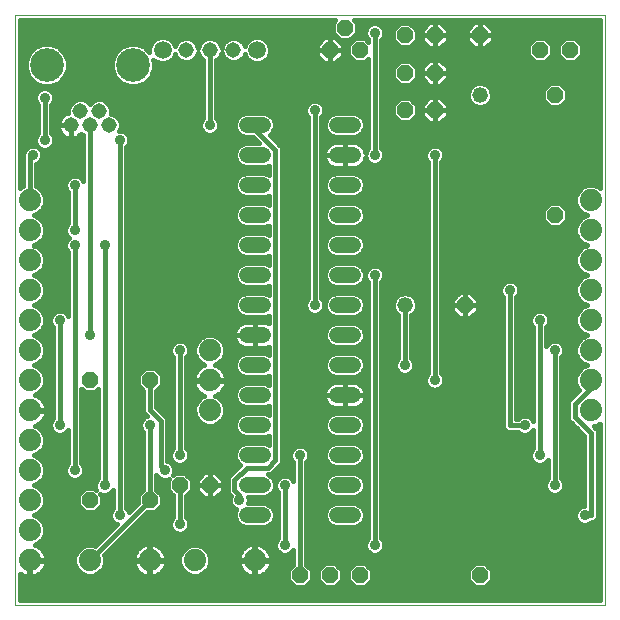
<source format=gbl>
G75*
%MOIN*%
%OFA0B0*%
%FSLAX25Y25*%
%IPPOS*%
%LPD*%
%AMOC8*
5,1,8,0,0,1.08239X$1,22.5*
%
%ADD10C,0.00000*%
%ADD11OC8,0.05200*%
%ADD12C,0.05200*%
%ADD13C,0.05150*%
%ADD14C,0.11220*%
%ADD15C,0.05200*%
%ADD16C,0.05937*%
%ADD17C,0.07400*%
%ADD18C,0.01600*%
%ADD19C,0.03562*%
D10*
X0006250Y0003667D02*
X0006250Y0200517D01*
X0203100Y0200517D01*
X0203100Y0003667D01*
X0006250Y0003667D01*
D11*
X0031250Y0038667D03*
X0051250Y0038667D03*
X0061250Y0043667D03*
X0071250Y0043667D03*
X0101250Y0013667D03*
X0111250Y0013667D03*
X0121250Y0013667D03*
X0161250Y0013667D03*
X0156250Y0103667D03*
X0186250Y0133667D03*
X0186250Y0173667D03*
X0181250Y0188667D03*
X0191250Y0188667D03*
X0161250Y0193667D03*
X0146250Y0193667D03*
X0136250Y0193667D03*
X0136250Y0181167D03*
X0146250Y0181167D03*
X0146250Y0168667D03*
X0136250Y0168667D03*
X0121250Y0188667D03*
X0116250Y0196167D03*
X0111250Y0188667D03*
X0051250Y0078667D03*
X0031250Y0078667D03*
D12*
X0136250Y0103667D03*
X0161250Y0173667D03*
D13*
X0079124Y0188667D03*
X0071250Y0188667D03*
X0063376Y0188667D03*
X0037549Y0163588D03*
X0034400Y0168312D03*
X0031250Y0163588D03*
X0028100Y0168312D03*
X0024951Y0163588D03*
D14*
X0016880Y0183667D03*
X0045620Y0183667D03*
D15*
X0083650Y0163667D02*
X0088850Y0163667D01*
X0088850Y0153667D02*
X0083650Y0153667D01*
X0083650Y0143667D02*
X0088850Y0143667D01*
X0088850Y0133667D02*
X0083650Y0133667D01*
X0083650Y0123667D02*
X0088850Y0123667D01*
X0088850Y0113667D02*
X0083650Y0113667D01*
X0083650Y0103667D02*
X0088850Y0103667D01*
X0088850Y0093667D02*
X0083650Y0093667D01*
X0083650Y0083667D02*
X0088850Y0083667D01*
X0088850Y0073667D02*
X0083650Y0073667D01*
X0083650Y0063667D02*
X0088850Y0063667D01*
X0088850Y0053667D02*
X0083650Y0053667D01*
X0083650Y0043667D02*
X0088850Y0043667D01*
X0088850Y0033667D02*
X0083650Y0033667D01*
X0113650Y0033667D02*
X0118850Y0033667D01*
X0118850Y0043667D02*
X0113650Y0043667D01*
X0113650Y0053667D02*
X0118850Y0053667D01*
X0118850Y0063667D02*
X0113650Y0063667D01*
X0113650Y0073667D02*
X0118850Y0073667D01*
X0118850Y0083667D02*
X0113650Y0083667D01*
X0113650Y0093667D02*
X0118850Y0093667D01*
X0118850Y0103667D02*
X0113650Y0103667D01*
X0113650Y0113667D02*
X0118850Y0113667D01*
X0118850Y0123667D02*
X0113650Y0123667D01*
X0113650Y0133667D02*
X0118850Y0133667D01*
X0118850Y0143667D02*
X0113650Y0143667D01*
X0113650Y0153667D02*
X0118850Y0153667D01*
X0118850Y0163667D02*
X0113650Y0163667D01*
D16*
X0086998Y0188667D03*
X0055502Y0188667D03*
D17*
X0011250Y0138667D03*
X0011250Y0128667D03*
X0011250Y0118667D03*
X0011250Y0108667D03*
X0011250Y0098667D03*
X0011250Y0088667D03*
X0011250Y0078667D03*
X0011250Y0068667D03*
X0011250Y0058667D03*
X0011250Y0048667D03*
X0011250Y0038667D03*
X0011250Y0028667D03*
X0011250Y0018667D03*
X0031250Y0018667D03*
X0051250Y0018667D03*
X0066250Y0018667D03*
X0086250Y0018667D03*
X0071250Y0068667D03*
X0071250Y0078667D03*
X0071250Y0088667D03*
X0198250Y0088667D03*
X0198250Y0098667D03*
X0198250Y0108667D03*
X0198250Y0118667D03*
X0198250Y0128667D03*
X0198250Y0138667D03*
X0198250Y0078667D03*
X0198250Y0068667D03*
D18*
X0199273Y0063260D02*
X0199538Y0063302D01*
X0200361Y0063570D01*
X0201133Y0063963D01*
X0201300Y0064085D01*
X0201300Y0005467D01*
X0008050Y0005467D01*
X0008050Y0014193D01*
X0008367Y0013963D01*
X0009139Y0013570D01*
X0009962Y0013302D01*
X0010817Y0013167D01*
X0011050Y0013167D01*
X0011050Y0018467D01*
X0011450Y0018467D01*
X0011450Y0018867D01*
X0016750Y0018867D01*
X0016750Y0019100D01*
X0016615Y0019955D01*
X0016347Y0020778D01*
X0015954Y0021549D01*
X0015445Y0022250D01*
X0014833Y0022862D01*
X0014133Y0023371D01*
X0013361Y0023764D01*
X0013013Y0023877D01*
X0014139Y0024343D01*
X0015574Y0025778D01*
X0016350Y0027652D01*
X0016350Y0029681D01*
X0015574Y0031556D01*
X0014139Y0032990D01*
X0012506Y0033667D01*
X0014139Y0034343D01*
X0015574Y0035778D01*
X0016350Y0037652D01*
X0016350Y0039681D01*
X0015574Y0041556D01*
X0014139Y0042990D01*
X0012506Y0043667D01*
X0014139Y0044343D01*
X0015574Y0045778D01*
X0016350Y0047652D01*
X0016350Y0049681D01*
X0015574Y0051556D01*
X0014139Y0052990D01*
X0012506Y0053667D01*
X0014139Y0054343D01*
X0015574Y0055778D01*
X0016350Y0057652D01*
X0016350Y0059681D01*
X0015574Y0061556D01*
X0014139Y0062990D01*
X0013013Y0063457D01*
X0013361Y0063570D01*
X0014133Y0063963D01*
X0014833Y0064471D01*
X0015445Y0065084D01*
X0015954Y0065784D01*
X0016347Y0066555D01*
X0016615Y0067379D01*
X0016750Y0068234D01*
X0016750Y0068467D01*
X0011450Y0068467D01*
X0011450Y0068867D01*
X0016750Y0068867D01*
X0016750Y0069100D01*
X0016615Y0069955D01*
X0016347Y0070778D01*
X0015954Y0071549D01*
X0015445Y0072250D01*
X0014833Y0072862D01*
X0014133Y0073371D01*
X0013361Y0073764D01*
X0013013Y0073877D01*
X0014139Y0074343D01*
X0015574Y0075778D01*
X0016350Y0077652D01*
X0016350Y0079681D01*
X0015574Y0081556D01*
X0014139Y0082990D01*
X0012506Y0083667D01*
X0014139Y0084343D01*
X0015574Y0085778D01*
X0016350Y0087652D01*
X0016350Y0089681D01*
X0015574Y0091556D01*
X0014139Y0092990D01*
X0012506Y0093667D01*
X0014139Y0094343D01*
X0015574Y0095778D01*
X0016350Y0097652D01*
X0016350Y0099681D01*
X0015574Y0101556D01*
X0014139Y0102990D01*
X0012506Y0103667D01*
X0014139Y0104343D01*
X0015574Y0105778D01*
X0016350Y0107652D01*
X0016350Y0109681D01*
X0015574Y0111556D01*
X0014139Y0112990D01*
X0012506Y0113667D01*
X0014139Y0114343D01*
X0015574Y0115778D01*
X0016350Y0117652D01*
X0016350Y0119681D01*
X0015574Y0121556D01*
X0014139Y0122990D01*
X0012506Y0123667D01*
X0014139Y0124343D01*
X0015574Y0125778D01*
X0016350Y0127652D01*
X0016350Y0129681D01*
X0015574Y0131556D01*
X0014139Y0132990D01*
X0012506Y0133667D01*
X0014139Y0134343D01*
X0015574Y0135778D01*
X0016350Y0137652D01*
X0016350Y0139681D01*
X0015574Y0141556D01*
X0014139Y0142990D01*
X0013450Y0143276D01*
X0013450Y0150728D01*
X0014033Y0150970D01*
X0014928Y0151865D01*
X0015412Y0153034D01*
X0015412Y0154299D01*
X0014928Y0155469D01*
X0014033Y0156363D01*
X0012864Y0156848D01*
X0011598Y0156848D01*
X0010429Y0156363D01*
X0009534Y0155469D01*
X0009247Y0154775D01*
X0009050Y0154578D01*
X0009050Y0143276D01*
X0008361Y0142990D01*
X0008050Y0142679D01*
X0008050Y0198717D01*
X0113144Y0198717D01*
X0112250Y0197823D01*
X0112250Y0194510D01*
X0114593Y0192167D01*
X0117907Y0192167D01*
X0120250Y0194510D01*
X0120250Y0197823D01*
X0119356Y0198717D01*
X0201300Y0198717D01*
X0201300Y0142829D01*
X0201139Y0142990D01*
X0199264Y0143767D01*
X0197236Y0143767D01*
X0195361Y0142990D01*
X0193926Y0141556D01*
X0193150Y0139681D01*
X0193150Y0137652D01*
X0193926Y0135778D01*
X0195361Y0134343D01*
X0196994Y0133667D01*
X0195361Y0132990D01*
X0193926Y0131556D01*
X0193150Y0129681D01*
X0193150Y0127652D01*
X0193926Y0125778D01*
X0195361Y0124343D01*
X0196994Y0123667D01*
X0195361Y0122990D01*
X0193926Y0121556D01*
X0193150Y0119681D01*
X0193150Y0117652D01*
X0193926Y0115778D01*
X0195361Y0114343D01*
X0196994Y0113667D01*
X0195361Y0112990D01*
X0193926Y0111556D01*
X0193150Y0109681D01*
X0193150Y0107652D01*
X0193926Y0105778D01*
X0195361Y0104343D01*
X0196994Y0103667D01*
X0195361Y0102990D01*
X0193926Y0101556D01*
X0193150Y0099681D01*
X0193150Y0097652D01*
X0193926Y0095778D01*
X0195361Y0094343D01*
X0196994Y0093667D01*
X0195361Y0092990D01*
X0193926Y0091556D01*
X0193150Y0089681D01*
X0193150Y0087652D01*
X0193926Y0085778D01*
X0195361Y0084343D01*
X0196994Y0083667D01*
X0195361Y0082990D01*
X0193926Y0081556D01*
X0193150Y0079681D01*
X0193150Y0077652D01*
X0193926Y0075778D01*
X0194340Y0075364D01*
X0190750Y0071773D01*
X0190750Y0065560D01*
X0196100Y0060210D01*
X0196100Y0036848D01*
X0195617Y0036848D01*
X0194448Y0036363D01*
X0193553Y0035469D01*
X0193069Y0034299D01*
X0193069Y0033034D01*
X0193553Y0031865D01*
X0194448Y0030970D01*
X0195617Y0030486D01*
X0196883Y0030486D01*
X0198052Y0030970D01*
X0198549Y0031467D01*
X0199212Y0031467D01*
X0200500Y0032755D01*
X0200500Y0062032D01*
X0199273Y0063260D01*
X0199721Y0062812D02*
X0201300Y0062812D01*
X0201300Y0061213D02*
X0200500Y0061213D01*
X0200500Y0059615D02*
X0201300Y0059615D01*
X0201300Y0058016D02*
X0200500Y0058016D01*
X0200500Y0056418D02*
X0201300Y0056418D01*
X0201300Y0054819D02*
X0200500Y0054819D01*
X0200500Y0053221D02*
X0201300Y0053221D01*
X0201300Y0051622D02*
X0200500Y0051622D01*
X0200500Y0050023D02*
X0201300Y0050023D01*
X0201300Y0048425D02*
X0200500Y0048425D01*
X0200500Y0046826D02*
X0201300Y0046826D01*
X0201300Y0045228D02*
X0200500Y0045228D01*
X0200500Y0043629D02*
X0201300Y0043629D01*
X0201300Y0042031D02*
X0200500Y0042031D01*
X0200500Y0040432D02*
X0201300Y0040432D01*
X0201300Y0038834D02*
X0200500Y0038834D01*
X0200500Y0037235D02*
X0201300Y0037235D01*
X0201300Y0035637D02*
X0200500Y0035637D01*
X0200500Y0034038D02*
X0201300Y0034038D01*
X0201300Y0032440D02*
X0200185Y0032440D01*
X0201300Y0030841D02*
X0197742Y0030841D01*
X0201300Y0029243D02*
X0128450Y0029243D01*
X0128450Y0030841D02*
X0194758Y0030841D01*
X0193315Y0032440D02*
X0128450Y0032440D01*
X0128450Y0034038D02*
X0193069Y0034038D01*
X0193721Y0035637D02*
X0128450Y0035637D01*
X0128450Y0037235D02*
X0196100Y0037235D01*
X0196100Y0038834D02*
X0128450Y0038834D01*
X0128450Y0040432D02*
X0196100Y0040432D01*
X0196100Y0042031D02*
X0189016Y0042031D01*
X0188947Y0041865D02*
X0189431Y0043034D01*
X0189431Y0044299D01*
X0188947Y0045469D01*
X0188450Y0045965D01*
X0188450Y0086368D01*
X0188947Y0086865D01*
X0189431Y0088034D01*
X0189431Y0089299D01*
X0188947Y0090469D01*
X0188052Y0091363D01*
X0186883Y0091848D01*
X0185617Y0091848D01*
X0184448Y0091363D01*
X0183553Y0090469D01*
X0183450Y0090219D01*
X0183450Y0096368D01*
X0183947Y0096865D01*
X0184431Y0098034D01*
X0184431Y0099299D01*
X0183947Y0100469D01*
X0183052Y0101363D01*
X0181883Y0101848D01*
X0180617Y0101848D01*
X0179448Y0101363D01*
X0178553Y0100469D01*
X0178069Y0099299D01*
X0178069Y0098034D01*
X0178553Y0096865D01*
X0179050Y0096368D01*
X0179050Y0065219D01*
X0178947Y0065469D01*
X0178052Y0066363D01*
X0176883Y0066848D01*
X0175617Y0066848D01*
X0174448Y0066363D01*
X0173951Y0065867D01*
X0173450Y0065867D01*
X0173450Y0106368D01*
X0173947Y0106865D01*
X0174431Y0108034D01*
X0174431Y0109299D01*
X0173947Y0110469D01*
X0173052Y0111363D01*
X0171883Y0111848D01*
X0170617Y0111848D01*
X0169448Y0111363D01*
X0168553Y0110469D01*
X0168069Y0109299D01*
X0168069Y0108034D01*
X0168553Y0106865D01*
X0169050Y0106368D01*
X0169050Y0062755D01*
X0170339Y0061467D01*
X0173951Y0061467D01*
X0174448Y0060970D01*
X0175617Y0060486D01*
X0176883Y0060486D01*
X0178052Y0060970D01*
X0178947Y0061865D01*
X0179050Y0062114D01*
X0179050Y0055965D01*
X0178553Y0055469D01*
X0178069Y0054299D01*
X0178069Y0053034D01*
X0178553Y0051865D01*
X0179448Y0050970D01*
X0180617Y0050486D01*
X0181883Y0050486D01*
X0183052Y0050970D01*
X0183947Y0051865D01*
X0184050Y0052114D01*
X0184050Y0045965D01*
X0183553Y0045469D01*
X0183069Y0044299D01*
X0183069Y0043034D01*
X0183553Y0041865D01*
X0184448Y0040970D01*
X0185617Y0040486D01*
X0186883Y0040486D01*
X0188052Y0040970D01*
X0188947Y0041865D01*
X0189431Y0043629D02*
X0196100Y0043629D01*
X0196100Y0045228D02*
X0189046Y0045228D01*
X0188450Y0046826D02*
X0196100Y0046826D01*
X0196100Y0048425D02*
X0188450Y0048425D01*
X0188450Y0050023D02*
X0196100Y0050023D01*
X0196100Y0051622D02*
X0188450Y0051622D01*
X0188450Y0053221D02*
X0196100Y0053221D01*
X0196100Y0054819D02*
X0188450Y0054819D01*
X0188450Y0056418D02*
X0196100Y0056418D01*
X0196100Y0058016D02*
X0188450Y0058016D01*
X0188450Y0059615D02*
X0196100Y0059615D01*
X0195097Y0061213D02*
X0188450Y0061213D01*
X0188450Y0062812D02*
X0193498Y0062812D01*
X0191900Y0064410D02*
X0188450Y0064410D01*
X0188450Y0066009D02*
X0190750Y0066009D01*
X0190750Y0067607D02*
X0188450Y0067607D01*
X0188450Y0069206D02*
X0190750Y0069206D01*
X0190750Y0070804D02*
X0188450Y0070804D01*
X0188450Y0072403D02*
X0191379Y0072403D01*
X0192950Y0070862D02*
X0198250Y0076162D01*
X0198250Y0078667D01*
X0193446Y0080395D02*
X0188450Y0080395D01*
X0188450Y0078797D02*
X0193150Y0078797D01*
X0193338Y0077198D02*
X0188450Y0077198D01*
X0188450Y0075600D02*
X0194104Y0075600D01*
X0192978Y0074001D02*
X0188450Y0074001D01*
X0192950Y0070862D02*
X0192950Y0066471D01*
X0198300Y0061121D01*
X0198300Y0033667D01*
X0196250Y0033667D01*
X0201300Y0027644D02*
X0128450Y0027644D01*
X0128450Y0026046D02*
X0201300Y0026046D01*
X0201300Y0024447D02*
X0129370Y0024447D01*
X0129431Y0024299D02*
X0128947Y0025469D01*
X0128450Y0025965D01*
X0128450Y0111368D01*
X0128947Y0111865D01*
X0129431Y0113034D01*
X0129431Y0114299D01*
X0128947Y0115469D01*
X0128052Y0116363D01*
X0126883Y0116848D01*
X0125617Y0116848D01*
X0124448Y0116363D01*
X0123553Y0115469D01*
X0123069Y0114299D01*
X0123069Y0113034D01*
X0123553Y0111865D01*
X0124050Y0111368D01*
X0124050Y0025965D01*
X0123553Y0025469D01*
X0123069Y0024299D01*
X0123069Y0023034D01*
X0123553Y0021865D01*
X0124448Y0020970D01*
X0125617Y0020486D01*
X0126883Y0020486D01*
X0128052Y0020970D01*
X0128947Y0021865D01*
X0129431Y0023034D01*
X0129431Y0024299D01*
X0129354Y0022849D02*
X0201300Y0022849D01*
X0201300Y0021250D02*
X0128332Y0021250D01*
X0126250Y0023667D02*
X0126250Y0113667D01*
X0123346Y0112365D02*
X0122641Y0112365D01*
X0122850Y0112871D02*
X0122850Y0114462D01*
X0122241Y0115932D01*
X0121116Y0117058D01*
X0119646Y0117667D01*
X0112854Y0117667D01*
X0111384Y0117058D01*
X0110259Y0115932D01*
X0109650Y0114462D01*
X0109650Y0112871D01*
X0110259Y0111401D01*
X0111384Y0110276D01*
X0112854Y0109667D01*
X0119646Y0109667D01*
X0121116Y0110276D01*
X0122241Y0111401D01*
X0122850Y0112871D01*
X0122850Y0113964D02*
X0123069Y0113964D01*
X0123647Y0115562D02*
X0122394Y0115562D01*
X0120866Y0117161D02*
X0144050Y0117161D01*
X0144050Y0118759D02*
X0108450Y0118759D01*
X0108450Y0117161D02*
X0111634Y0117161D01*
X0110106Y0115562D02*
X0108450Y0115562D01*
X0108450Y0113964D02*
X0109650Y0113964D01*
X0109859Y0112365D02*
X0108450Y0112365D01*
X0108450Y0110767D02*
X0110893Y0110767D01*
X0108450Y0109168D02*
X0124050Y0109168D01*
X0124050Y0107570D02*
X0119879Y0107570D01*
X0119646Y0107667D02*
X0121116Y0107058D01*
X0122241Y0105932D01*
X0122850Y0104462D01*
X0122850Y0102871D01*
X0122241Y0101401D01*
X0121116Y0100276D01*
X0119646Y0099667D01*
X0112854Y0099667D01*
X0111384Y0100276D01*
X0110259Y0101401D01*
X0109650Y0102871D01*
X0109650Y0104462D01*
X0110259Y0105932D01*
X0111384Y0107058D01*
X0112854Y0107667D01*
X0119646Y0107667D01*
X0122202Y0105971D02*
X0124050Y0105971D01*
X0124050Y0104373D02*
X0122850Y0104373D01*
X0122810Y0102774D02*
X0124050Y0102774D01*
X0124050Y0101176D02*
X0122016Y0101176D01*
X0124050Y0099577D02*
X0095250Y0099577D01*
X0095250Y0097979D02*
X0124050Y0097979D01*
X0124050Y0096380D02*
X0121793Y0096380D01*
X0122241Y0095932D02*
X0121116Y0097058D01*
X0119646Y0097667D01*
X0112854Y0097667D01*
X0111384Y0097058D01*
X0110259Y0095932D01*
X0109650Y0094462D01*
X0109650Y0092871D01*
X0110259Y0091401D01*
X0111384Y0090276D01*
X0112854Y0089667D01*
X0119646Y0089667D01*
X0121116Y0090276D01*
X0122241Y0091401D01*
X0122850Y0092871D01*
X0122850Y0094462D01*
X0122241Y0095932D01*
X0122718Y0094782D02*
X0124050Y0094782D01*
X0124050Y0093183D02*
X0122850Y0093183D01*
X0122317Y0091585D02*
X0124050Y0091585D01*
X0124050Y0089986D02*
X0120417Y0089986D01*
X0119646Y0087667D02*
X0121116Y0087058D01*
X0122241Y0085932D01*
X0122850Y0084462D01*
X0122850Y0082871D01*
X0122241Y0081401D01*
X0121116Y0080276D01*
X0119646Y0079667D01*
X0112854Y0079667D01*
X0111384Y0080276D01*
X0110259Y0081401D01*
X0109650Y0082871D01*
X0109650Y0084462D01*
X0110259Y0085932D01*
X0111384Y0087058D01*
X0112854Y0087667D01*
X0119646Y0087667D01*
X0121384Y0086789D02*
X0124050Y0086789D01*
X0124050Y0085191D02*
X0122548Y0085191D01*
X0122850Y0083592D02*
X0124050Y0083592D01*
X0124050Y0081994D02*
X0122487Y0081994D01*
X0121235Y0080395D02*
X0124050Y0080395D01*
X0124050Y0078797D02*
X0095250Y0078797D01*
X0095250Y0080395D02*
X0111265Y0080395D01*
X0110013Y0081994D02*
X0095250Y0081994D01*
X0095250Y0083592D02*
X0109650Y0083592D01*
X0109952Y0085191D02*
X0095250Y0085191D01*
X0095250Y0086789D02*
X0111116Y0086789D01*
X0112083Y0089986D02*
X0095250Y0089986D01*
X0095250Y0088388D02*
X0124050Y0088388D01*
X0128450Y0088388D02*
X0134050Y0088388D01*
X0134050Y0089986D02*
X0128450Y0089986D01*
X0128450Y0091585D02*
X0134050Y0091585D01*
X0134050Y0093183D02*
X0128450Y0093183D01*
X0128450Y0094782D02*
X0134050Y0094782D01*
X0134050Y0096380D02*
X0128450Y0096380D01*
X0128450Y0097979D02*
X0134050Y0097979D01*
X0134050Y0099577D02*
X0128450Y0099577D01*
X0128450Y0101176D02*
X0133084Y0101176D01*
X0132859Y0101401D02*
X0133984Y0100276D01*
X0134050Y0100248D01*
X0134050Y0085965D01*
X0133553Y0085469D01*
X0133069Y0084299D01*
X0133069Y0083034D01*
X0133553Y0081865D01*
X0134448Y0080970D01*
X0135617Y0080486D01*
X0136883Y0080486D01*
X0138052Y0080970D01*
X0138947Y0081865D01*
X0139431Y0083034D01*
X0139431Y0084299D01*
X0138947Y0085469D01*
X0138450Y0085965D01*
X0138450Y0100248D01*
X0138516Y0100276D01*
X0139641Y0101401D01*
X0140250Y0102871D01*
X0140250Y0104462D01*
X0139641Y0105932D01*
X0138516Y0107058D01*
X0137046Y0107667D01*
X0135454Y0107667D01*
X0133984Y0107058D01*
X0132859Y0105932D01*
X0132250Y0104462D01*
X0132250Y0102871D01*
X0132859Y0101401D01*
X0132290Y0102774D02*
X0128450Y0102774D01*
X0128450Y0104373D02*
X0132250Y0104373D01*
X0132898Y0105971D02*
X0128450Y0105971D01*
X0128450Y0107570D02*
X0135221Y0107570D01*
X0137279Y0107570D02*
X0144050Y0107570D01*
X0144050Y0109168D02*
X0128450Y0109168D01*
X0128450Y0110767D02*
X0144050Y0110767D01*
X0144050Y0112365D02*
X0129154Y0112365D01*
X0129431Y0113964D02*
X0144050Y0113964D01*
X0144050Y0115562D02*
X0128853Y0115562D01*
X0124050Y0110767D02*
X0121607Y0110767D01*
X0119646Y0119667D02*
X0112854Y0119667D01*
X0111384Y0120276D01*
X0110259Y0121401D01*
X0109650Y0122871D01*
X0109650Y0124462D01*
X0110259Y0125932D01*
X0111384Y0127058D01*
X0112854Y0127667D01*
X0119646Y0127667D01*
X0121116Y0127058D01*
X0122241Y0125932D01*
X0122850Y0124462D01*
X0122850Y0122871D01*
X0122241Y0121401D01*
X0121116Y0120276D01*
X0119646Y0119667D01*
X0121198Y0120358D02*
X0144050Y0120358D01*
X0144050Y0121956D02*
X0122471Y0121956D01*
X0122850Y0123555D02*
X0144050Y0123555D01*
X0144050Y0125154D02*
X0122564Y0125154D01*
X0121421Y0126752D02*
X0144050Y0126752D01*
X0144050Y0128351D02*
X0108450Y0128351D01*
X0108450Y0129949D02*
X0112173Y0129949D01*
X0112854Y0129667D02*
X0119646Y0129667D01*
X0121116Y0130276D01*
X0122241Y0131401D01*
X0122850Y0132871D01*
X0122850Y0134462D01*
X0122241Y0135932D01*
X0121116Y0137058D01*
X0119646Y0137667D01*
X0112854Y0137667D01*
X0111384Y0137058D01*
X0110259Y0135932D01*
X0109650Y0134462D01*
X0109650Y0132871D01*
X0110259Y0131401D01*
X0111384Y0130276D01*
X0112854Y0129667D01*
X0110198Y0131548D02*
X0108450Y0131548D01*
X0108450Y0133146D02*
X0109650Y0133146D01*
X0109767Y0134745D02*
X0108450Y0134745D01*
X0108450Y0136343D02*
X0110670Y0136343D01*
X0108450Y0137942D02*
X0144050Y0137942D01*
X0144050Y0139540D02*
X0108450Y0139540D01*
X0108450Y0141139D02*
X0110521Y0141139D01*
X0110259Y0141401D02*
X0111384Y0140276D01*
X0112854Y0139667D01*
X0119646Y0139667D01*
X0121116Y0140276D01*
X0122241Y0141401D01*
X0122850Y0142871D01*
X0122850Y0144462D01*
X0122241Y0145932D01*
X0121116Y0147058D01*
X0119646Y0147667D01*
X0112854Y0147667D01*
X0111384Y0147058D01*
X0110259Y0145932D01*
X0109650Y0144462D01*
X0109650Y0142871D01*
X0110259Y0141401D01*
X0109705Y0142737D02*
X0108450Y0142737D01*
X0108450Y0144336D02*
X0109650Y0144336D01*
X0110261Y0145934D02*
X0108450Y0145934D01*
X0108450Y0147533D02*
X0112531Y0147533D01*
X0112620Y0149375D02*
X0113304Y0149267D01*
X0116250Y0149267D01*
X0119196Y0149267D01*
X0119880Y0149375D01*
X0120539Y0149589D01*
X0121156Y0149903D01*
X0121716Y0150311D01*
X0122206Y0150800D01*
X0122613Y0151361D01*
X0122928Y0151978D01*
X0123142Y0152636D01*
X0123167Y0152797D01*
X0123553Y0151865D01*
X0124448Y0150970D01*
X0125617Y0150486D01*
X0126883Y0150486D01*
X0128052Y0150970D01*
X0128947Y0151865D01*
X0129431Y0153034D01*
X0129431Y0154299D01*
X0128947Y0155469D01*
X0128450Y0155965D01*
X0128450Y0192237D01*
X0128947Y0192734D01*
X0129431Y0193903D01*
X0129431Y0195169D01*
X0128947Y0196338D01*
X0128052Y0197233D01*
X0126883Y0197717D01*
X0125617Y0197717D01*
X0124448Y0197233D01*
X0123553Y0196338D01*
X0123069Y0195169D01*
X0123069Y0193903D01*
X0123553Y0192734D01*
X0124050Y0192237D01*
X0124050Y0191523D01*
X0122907Y0192667D01*
X0119593Y0192667D01*
X0117250Y0190323D01*
X0117250Y0187010D01*
X0119593Y0184667D01*
X0122907Y0184667D01*
X0124050Y0185810D01*
X0124050Y0155965D01*
X0123553Y0155469D01*
X0123167Y0154536D01*
X0123142Y0154697D01*
X0122928Y0155356D01*
X0122613Y0155973D01*
X0122206Y0156533D01*
X0121716Y0157023D01*
X0121156Y0157430D01*
X0120539Y0157744D01*
X0119880Y0157958D01*
X0119196Y0158067D01*
X0116250Y0158067D01*
X0113304Y0158067D01*
X0112620Y0157958D01*
X0111961Y0157744D01*
X0111344Y0157430D01*
X0110784Y0157023D01*
X0110294Y0156533D01*
X0109887Y0155973D01*
X0109572Y0155356D01*
X0109358Y0154697D01*
X0109250Y0154013D01*
X0109250Y0153667D01*
X0116250Y0153667D01*
X0116250Y0158067D01*
X0116250Y0153667D01*
X0116250Y0153667D01*
X0116250Y0153667D01*
X0109250Y0153667D01*
X0109250Y0153320D01*
X0109358Y0152636D01*
X0109572Y0151978D01*
X0109887Y0151361D01*
X0110294Y0150800D01*
X0110784Y0150311D01*
X0111344Y0149903D01*
X0111961Y0149589D01*
X0112620Y0149375D01*
X0110364Y0150730D02*
X0108450Y0150730D01*
X0108450Y0152328D02*
X0109458Y0152328D01*
X0109250Y0153927D02*
X0108450Y0153927D01*
X0108450Y0155525D02*
X0109659Y0155525D01*
X0108450Y0157124D02*
X0110923Y0157124D01*
X0108450Y0158722D02*
X0124050Y0158722D01*
X0124050Y0157124D02*
X0121577Y0157124D01*
X0122841Y0155525D02*
X0123610Y0155525D01*
X0126250Y0153667D02*
X0126250Y0194536D01*
X0123996Y0192291D02*
X0123282Y0192291D01*
X0123075Y0193890D02*
X0119630Y0193890D01*
X0119217Y0192291D02*
X0118031Y0192291D01*
X0117619Y0190692D02*
X0115447Y0190692D01*
X0115650Y0190489D02*
X0113073Y0193067D01*
X0111250Y0193067D01*
X0109427Y0193067D01*
X0106850Y0190489D01*
X0106850Y0188667D01*
X0111250Y0188667D01*
X0111250Y0193067D01*
X0111250Y0188667D01*
X0111250Y0188667D01*
X0115650Y0188667D01*
X0115650Y0190489D01*
X0115650Y0189094D02*
X0117250Y0189094D01*
X0117250Y0187495D02*
X0115650Y0187495D01*
X0115650Y0186844D02*
X0115650Y0188667D01*
X0111250Y0188667D01*
X0111250Y0188667D01*
X0111250Y0188667D01*
X0106850Y0188667D01*
X0106850Y0186844D01*
X0109427Y0184267D01*
X0111250Y0184267D01*
X0113073Y0184267D01*
X0115650Y0186844D01*
X0114703Y0185897D02*
X0118363Y0185897D01*
X0113104Y0184298D02*
X0124050Y0184298D01*
X0124050Y0182700D02*
X0073450Y0182700D01*
X0073450Y0184298D02*
X0086128Y0184298D01*
X0086129Y0184298D02*
X0087867Y0184298D01*
X0089473Y0184963D01*
X0090701Y0186192D01*
X0091367Y0187798D01*
X0091367Y0189536D01*
X0090701Y0191141D01*
X0089473Y0192370D01*
X0087867Y0193035D01*
X0086129Y0193035D01*
X0084523Y0192370D01*
X0083295Y0191141D01*
X0082848Y0190063D01*
X0082494Y0190918D01*
X0081376Y0192036D01*
X0079915Y0192641D01*
X0078333Y0192641D01*
X0076872Y0192036D01*
X0075754Y0190918D01*
X0075187Y0189549D01*
X0074620Y0190918D01*
X0073502Y0192036D01*
X0072041Y0192641D01*
X0070459Y0192641D01*
X0068998Y0192036D01*
X0067880Y0190918D01*
X0067313Y0189549D01*
X0066746Y0190918D01*
X0065628Y0192036D01*
X0064167Y0192641D01*
X0062585Y0192641D01*
X0061124Y0192036D01*
X0060006Y0190918D01*
X0059652Y0190063D01*
X0059205Y0191141D01*
X0057977Y0192370D01*
X0056371Y0193035D01*
X0054633Y0193035D01*
X0053027Y0192370D01*
X0051799Y0191141D01*
X0051133Y0189536D01*
X0051133Y0188067D01*
X0049591Y0189610D01*
X0047014Y0190677D01*
X0044226Y0190677D01*
X0041649Y0189610D01*
X0039677Y0187638D01*
X0038610Y0185061D01*
X0038610Y0182272D01*
X0039677Y0179696D01*
X0041649Y0177724D01*
X0044226Y0176656D01*
X0047014Y0176656D01*
X0049591Y0177724D01*
X0051563Y0179696D01*
X0052630Y0182272D01*
X0052630Y0185061D01*
X0052419Y0185572D01*
X0053027Y0184963D01*
X0054633Y0184298D01*
X0056371Y0184298D01*
X0057977Y0184963D01*
X0059205Y0186192D01*
X0059652Y0187270D01*
X0060006Y0186415D01*
X0061124Y0185297D01*
X0062585Y0184692D01*
X0064167Y0184692D01*
X0065628Y0185297D01*
X0066746Y0186415D01*
X0067313Y0187785D01*
X0067880Y0186415D01*
X0068998Y0185297D01*
X0069050Y0185276D01*
X0069050Y0165965D01*
X0068553Y0165469D01*
X0068069Y0164299D01*
X0068069Y0163034D01*
X0068553Y0161865D01*
X0069448Y0160970D01*
X0070617Y0160486D01*
X0071883Y0160486D01*
X0073052Y0160970D01*
X0073947Y0161865D01*
X0074431Y0163034D01*
X0074431Y0164299D01*
X0073947Y0165469D01*
X0073450Y0165965D01*
X0073450Y0185276D01*
X0073502Y0185297D01*
X0074620Y0186415D01*
X0075187Y0187785D01*
X0075754Y0186415D01*
X0076872Y0185297D01*
X0078333Y0184692D01*
X0079915Y0184692D01*
X0081376Y0185297D01*
X0082494Y0186415D01*
X0082848Y0187270D01*
X0083295Y0186192D01*
X0084523Y0184963D01*
X0086129Y0184298D01*
X0087868Y0184298D02*
X0109396Y0184298D01*
X0111250Y0184298D02*
X0111250Y0184298D01*
X0111250Y0184267D02*
X0111250Y0188667D01*
X0111250Y0188667D01*
X0111250Y0184267D01*
X0111250Y0185897D02*
X0111250Y0185897D01*
X0111250Y0187495D02*
X0111250Y0187495D01*
X0111250Y0189094D02*
X0111250Y0189094D01*
X0111250Y0190692D02*
X0111250Y0190692D01*
X0111250Y0192291D02*
X0111250Y0192291D01*
X0112870Y0193890D02*
X0008050Y0193890D01*
X0008050Y0195488D02*
X0112250Y0195488D01*
X0112250Y0197087D02*
X0008050Y0197087D01*
X0008050Y0198685D02*
X0113112Y0198685D01*
X0119388Y0198685D02*
X0201300Y0198685D01*
X0201300Y0197087D02*
X0164053Y0197087D01*
X0163073Y0198067D02*
X0165650Y0195489D01*
X0165650Y0193667D01*
X0161250Y0193667D01*
X0161250Y0198067D01*
X0159427Y0198067D01*
X0156850Y0195489D01*
X0156850Y0193667D01*
X0161250Y0193667D01*
X0161250Y0193667D01*
X0161250Y0198067D01*
X0163073Y0198067D01*
X0161250Y0197087D02*
X0161250Y0197087D01*
X0161250Y0195488D02*
X0161250Y0195488D01*
X0161250Y0193890D02*
X0161250Y0193890D01*
X0161250Y0193667D02*
X0161250Y0193667D01*
X0161250Y0193667D01*
X0156850Y0193667D01*
X0156850Y0191844D01*
X0159427Y0189267D01*
X0161250Y0189267D01*
X0163073Y0189267D01*
X0165650Y0191844D01*
X0165650Y0193667D01*
X0161250Y0193667D01*
X0161250Y0189267D01*
X0161250Y0193667D01*
X0161250Y0193667D01*
X0161250Y0192291D02*
X0161250Y0192291D01*
X0161250Y0190692D02*
X0161250Y0190692D01*
X0164498Y0190692D02*
X0177619Y0190692D01*
X0177250Y0190323D02*
X0177250Y0187010D01*
X0179593Y0184667D01*
X0182907Y0184667D01*
X0185250Y0187010D01*
X0185250Y0190323D01*
X0182907Y0192667D01*
X0179593Y0192667D01*
X0177250Y0190323D01*
X0177250Y0189094D02*
X0128450Y0189094D01*
X0128450Y0190692D02*
X0133567Y0190692D01*
X0134593Y0189667D02*
X0137907Y0189667D01*
X0140250Y0192010D01*
X0140250Y0195323D01*
X0137907Y0197667D01*
X0134593Y0197667D01*
X0132250Y0195323D01*
X0132250Y0192010D01*
X0134593Y0189667D01*
X0132250Y0192291D02*
X0128504Y0192291D01*
X0129425Y0193890D02*
X0132250Y0193890D01*
X0132415Y0195488D02*
X0129299Y0195488D01*
X0128198Y0197087D02*
X0134013Y0197087D01*
X0138487Y0197087D02*
X0143447Y0197087D01*
X0144427Y0198067D02*
X0141850Y0195489D01*
X0141850Y0193667D01*
X0146250Y0193667D01*
X0146250Y0198067D01*
X0148073Y0198067D01*
X0150650Y0195489D01*
X0150650Y0193667D01*
X0146250Y0193667D01*
X0146250Y0193667D01*
X0146250Y0198067D01*
X0144427Y0198067D01*
X0146250Y0197087D02*
X0146250Y0197087D01*
X0146250Y0195488D02*
X0146250Y0195488D01*
X0146250Y0193890D02*
X0146250Y0193890D01*
X0146250Y0193667D02*
X0146250Y0193667D01*
X0146250Y0193667D01*
X0150650Y0193667D01*
X0150650Y0191844D01*
X0148073Y0189267D01*
X0146250Y0189267D01*
X0146250Y0193667D01*
X0141850Y0193667D01*
X0141850Y0191844D01*
X0144427Y0189267D01*
X0146250Y0189267D01*
X0146250Y0193667D01*
X0146250Y0193667D01*
X0146250Y0192291D02*
X0146250Y0192291D01*
X0146250Y0190692D02*
X0146250Y0190692D01*
X0149498Y0190692D02*
X0158002Y0190692D01*
X0156850Y0192291D02*
X0150650Y0192291D01*
X0150650Y0193890D02*
X0156850Y0193890D01*
X0156850Y0195488D02*
X0150650Y0195488D01*
X0149053Y0197087D02*
X0158447Y0197087D01*
X0165650Y0195488D02*
X0201300Y0195488D01*
X0201300Y0193890D02*
X0165650Y0193890D01*
X0165650Y0192291D02*
X0179217Y0192291D01*
X0183282Y0192291D02*
X0189217Y0192291D01*
X0189593Y0192667D02*
X0187250Y0190323D01*
X0187250Y0187010D01*
X0189593Y0184667D01*
X0192907Y0184667D01*
X0195250Y0187010D01*
X0195250Y0190323D01*
X0192907Y0192667D01*
X0189593Y0192667D01*
X0187619Y0190692D02*
X0184881Y0190692D01*
X0185250Y0189094D02*
X0187250Y0189094D01*
X0187250Y0187495D02*
X0185250Y0187495D01*
X0184137Y0185897D02*
X0188363Y0185897D01*
X0193282Y0192291D02*
X0201300Y0192291D01*
X0201300Y0190692D02*
X0194881Y0190692D01*
X0195250Y0189094D02*
X0201300Y0189094D01*
X0201300Y0187495D02*
X0195250Y0187495D01*
X0194137Y0185897D02*
X0201300Y0185897D01*
X0201300Y0184298D02*
X0149341Y0184298D01*
X0148073Y0185567D02*
X0150650Y0182989D01*
X0150650Y0181167D01*
X0146250Y0181167D01*
X0146250Y0185567D01*
X0148073Y0185567D01*
X0146250Y0185567D02*
X0146250Y0181167D01*
X0146250Y0181167D01*
X0146250Y0181167D01*
X0146250Y0181167D01*
X0141850Y0181167D01*
X0141850Y0182989D01*
X0144427Y0185567D01*
X0146250Y0185567D01*
X0146250Y0184298D02*
X0146250Y0184298D01*
X0146250Y0182700D02*
X0146250Y0182700D01*
X0146250Y0181167D02*
X0150650Y0181167D01*
X0150650Y0179344D01*
X0148073Y0176767D01*
X0146250Y0176767D01*
X0146250Y0181167D01*
X0141850Y0181167D01*
X0141850Y0179344D01*
X0144427Y0176767D01*
X0146250Y0176767D01*
X0146250Y0181167D01*
X0146250Y0181167D01*
X0146250Y0181101D02*
X0146250Y0181101D01*
X0146250Y0179503D02*
X0146250Y0179503D01*
X0146250Y0177904D02*
X0146250Y0177904D01*
X0149210Y0177904D02*
X0201300Y0177904D01*
X0201300Y0176306D02*
X0189268Y0176306D01*
X0190250Y0175323D02*
X0187907Y0177667D01*
X0184593Y0177667D01*
X0182250Y0175323D01*
X0182250Y0172010D01*
X0184593Y0169667D01*
X0187907Y0169667D01*
X0190250Y0172010D01*
X0190250Y0175323D01*
X0190250Y0174707D02*
X0201300Y0174707D01*
X0201300Y0173109D02*
X0190250Y0173109D01*
X0189751Y0171510D02*
X0201300Y0171510D01*
X0201300Y0169912D02*
X0188152Y0169912D01*
X0184348Y0169912D02*
X0162638Y0169912D01*
X0162046Y0169667D02*
X0163516Y0170276D01*
X0164641Y0171401D01*
X0165250Y0172871D01*
X0165250Y0174462D01*
X0164641Y0175932D01*
X0163516Y0177058D01*
X0162046Y0177667D01*
X0160454Y0177667D01*
X0158984Y0177058D01*
X0157859Y0175932D01*
X0157250Y0174462D01*
X0157250Y0172871D01*
X0157859Y0171401D01*
X0158984Y0170276D01*
X0160454Y0169667D01*
X0162046Y0169667D01*
X0159862Y0169912D02*
X0150650Y0169912D01*
X0150650Y0170489D02*
X0150650Y0168667D01*
X0146250Y0168667D01*
X0146250Y0173067D01*
X0148073Y0173067D01*
X0150650Y0170489D01*
X0149629Y0171510D02*
X0157814Y0171510D01*
X0157250Y0173109D02*
X0128450Y0173109D01*
X0128450Y0174707D02*
X0157352Y0174707D01*
X0158232Y0176306D02*
X0128450Y0176306D01*
X0128450Y0177904D02*
X0133855Y0177904D01*
X0134593Y0177167D02*
X0137907Y0177167D01*
X0140250Y0179510D01*
X0140250Y0182823D01*
X0137907Y0185167D01*
X0134593Y0185167D01*
X0132250Y0182823D01*
X0132250Y0179510D01*
X0134593Y0177167D01*
X0132257Y0179503D02*
X0128450Y0179503D01*
X0128450Y0181101D02*
X0132250Y0181101D01*
X0132250Y0182700D02*
X0128450Y0182700D01*
X0128450Y0184298D02*
X0133725Y0184298D01*
X0138775Y0184298D02*
X0143159Y0184298D01*
X0141850Y0182700D02*
X0140250Y0182700D01*
X0140250Y0181101D02*
X0141850Y0181101D01*
X0141850Y0179503D02*
X0140243Y0179503D01*
X0138645Y0177904D02*
X0143290Y0177904D01*
X0144427Y0173067D02*
X0141850Y0170489D01*
X0141850Y0168667D01*
X0146250Y0168667D01*
X0146250Y0168667D01*
X0146250Y0173067D01*
X0144427Y0173067D01*
X0142871Y0171510D02*
X0139063Y0171510D01*
X0137907Y0172667D02*
X0134593Y0172667D01*
X0132250Y0170323D01*
X0132250Y0167010D01*
X0134593Y0164667D01*
X0137907Y0164667D01*
X0140250Y0167010D01*
X0140250Y0170323D01*
X0137907Y0172667D01*
X0140250Y0169912D02*
X0141850Y0169912D01*
X0141850Y0168667D02*
X0141850Y0166844D01*
X0144427Y0164267D01*
X0146250Y0164267D01*
X0148073Y0164267D01*
X0150650Y0166844D01*
X0150650Y0168667D01*
X0146250Y0168667D01*
X0146250Y0168667D01*
X0146250Y0168667D01*
X0141850Y0168667D01*
X0141850Y0168313D02*
X0140250Y0168313D01*
X0139955Y0166715D02*
X0141979Y0166715D01*
X0143578Y0165116D02*
X0138356Y0165116D01*
X0134144Y0165116D02*
X0128450Y0165116D01*
X0128450Y0163518D02*
X0201300Y0163518D01*
X0201300Y0165116D02*
X0148922Y0165116D01*
X0150521Y0166715D02*
X0201300Y0166715D01*
X0201300Y0168313D02*
X0150650Y0168313D01*
X0146250Y0168313D02*
X0146250Y0168313D01*
X0146250Y0168667D02*
X0146250Y0164267D01*
X0146250Y0168667D01*
X0146250Y0168667D01*
X0146250Y0169912D02*
X0146250Y0169912D01*
X0146250Y0171510D02*
X0146250Y0171510D01*
X0146250Y0166715D02*
X0146250Y0166715D01*
X0146250Y0165116D02*
X0146250Y0165116D01*
X0145617Y0156848D02*
X0144448Y0156363D01*
X0143553Y0155469D01*
X0143069Y0154299D01*
X0143069Y0153034D01*
X0143553Y0151865D01*
X0144050Y0151368D01*
X0144050Y0080965D01*
X0143553Y0080469D01*
X0143069Y0079299D01*
X0143069Y0078034D01*
X0143553Y0076865D01*
X0144448Y0075970D01*
X0145617Y0075486D01*
X0146883Y0075486D01*
X0148052Y0075970D01*
X0148947Y0076865D01*
X0149431Y0078034D01*
X0149431Y0079299D01*
X0148947Y0080469D01*
X0148450Y0080965D01*
X0148450Y0151368D01*
X0148947Y0151865D01*
X0149431Y0153034D01*
X0149431Y0154299D01*
X0148947Y0155469D01*
X0148052Y0156363D01*
X0146883Y0156848D01*
X0145617Y0156848D01*
X0143610Y0155525D02*
X0128890Y0155525D01*
X0128450Y0157124D02*
X0201300Y0157124D01*
X0201300Y0158722D02*
X0128450Y0158722D01*
X0128450Y0160321D02*
X0201300Y0160321D01*
X0201300Y0161919D02*
X0128450Y0161919D01*
X0124050Y0161919D02*
X0122456Y0161919D01*
X0122241Y0161401D02*
X0122850Y0162871D01*
X0122850Y0164462D01*
X0122241Y0165932D01*
X0121116Y0167058D01*
X0119646Y0167667D01*
X0112854Y0167667D01*
X0111384Y0167058D01*
X0110259Y0165932D01*
X0109650Y0164462D01*
X0109650Y0162871D01*
X0110259Y0161401D01*
X0111384Y0160276D01*
X0112854Y0159667D01*
X0119646Y0159667D01*
X0121116Y0160276D01*
X0122241Y0161401D01*
X0121161Y0160321D02*
X0124050Y0160321D01*
X0124050Y0163518D02*
X0122850Y0163518D01*
X0122579Y0165116D02*
X0124050Y0165116D01*
X0124050Y0166715D02*
X0121459Y0166715D01*
X0124050Y0168313D02*
X0109431Y0168313D01*
X0109431Y0168034D02*
X0109431Y0169299D01*
X0108947Y0170469D01*
X0108052Y0171363D01*
X0106883Y0171848D01*
X0105617Y0171848D01*
X0104448Y0171363D01*
X0103553Y0170469D01*
X0103069Y0169299D01*
X0103069Y0168034D01*
X0103553Y0166865D01*
X0104050Y0166368D01*
X0104050Y0105965D01*
X0103553Y0105469D01*
X0103069Y0104299D01*
X0103069Y0103034D01*
X0103553Y0101865D01*
X0104448Y0100970D01*
X0105617Y0100486D01*
X0106883Y0100486D01*
X0108052Y0100970D01*
X0108947Y0101865D01*
X0109431Y0103034D01*
X0109431Y0104299D01*
X0108947Y0105469D01*
X0108450Y0105965D01*
X0108450Y0166368D01*
X0108947Y0166865D01*
X0109431Y0168034D01*
X0108797Y0166715D02*
X0111041Y0166715D01*
X0109921Y0165116D02*
X0108450Y0165116D01*
X0108450Y0163518D02*
X0109650Y0163518D01*
X0110044Y0161919D02*
X0108450Y0161919D01*
X0108450Y0160321D02*
X0111339Y0160321D01*
X0116250Y0157124D02*
X0116250Y0157124D01*
X0116250Y0155525D02*
X0116250Y0155525D01*
X0116250Y0153927D02*
X0116250Y0153927D01*
X0116250Y0153667D02*
X0116250Y0149267D01*
X0116250Y0153667D01*
X0116250Y0153667D01*
X0116250Y0152328D02*
X0116250Y0152328D01*
X0116250Y0150730D02*
X0116250Y0150730D01*
X0119969Y0147533D02*
X0144050Y0147533D01*
X0144050Y0149131D02*
X0108450Y0149131D01*
X0104050Y0149131D02*
X0095250Y0149131D01*
X0095250Y0147533D02*
X0104050Y0147533D01*
X0104050Y0145934D02*
X0095250Y0145934D01*
X0095250Y0144336D02*
X0104050Y0144336D01*
X0104050Y0142737D02*
X0095250Y0142737D01*
X0095250Y0141139D02*
X0104050Y0141139D01*
X0104050Y0139540D02*
X0095250Y0139540D01*
X0095250Y0137942D02*
X0104050Y0137942D01*
X0104050Y0136343D02*
X0095250Y0136343D01*
X0095250Y0134745D02*
X0104050Y0134745D01*
X0104050Y0133146D02*
X0095250Y0133146D01*
X0095250Y0131548D02*
X0104050Y0131548D01*
X0104050Y0129949D02*
X0095250Y0129949D01*
X0095250Y0128351D02*
X0104050Y0128351D01*
X0104050Y0126752D02*
X0095250Y0126752D01*
X0095250Y0125154D02*
X0104050Y0125154D01*
X0104050Y0123555D02*
X0095250Y0123555D01*
X0095250Y0121956D02*
X0104050Y0121956D01*
X0104050Y0120358D02*
X0095250Y0120358D01*
X0095250Y0118759D02*
X0104050Y0118759D01*
X0104050Y0117161D02*
X0095250Y0117161D01*
X0095250Y0115562D02*
X0104050Y0115562D01*
X0104050Y0113964D02*
X0095250Y0113964D01*
X0095250Y0112365D02*
X0104050Y0112365D01*
X0104050Y0110767D02*
X0095250Y0110767D01*
X0095250Y0109168D02*
X0104050Y0109168D01*
X0104050Y0107570D02*
X0095250Y0107570D01*
X0095250Y0105971D02*
X0104050Y0105971D01*
X0103099Y0104373D02*
X0095250Y0104373D01*
X0095250Y0102774D02*
X0103176Y0102774D01*
X0104242Y0101176D02*
X0095250Y0101176D01*
X0090850Y0100166D02*
X0090850Y0097586D01*
X0090539Y0097744D01*
X0089880Y0097958D01*
X0089196Y0098067D01*
X0086250Y0098067D01*
X0083304Y0098067D01*
X0082620Y0097958D01*
X0081961Y0097744D01*
X0081344Y0097430D01*
X0080784Y0097023D01*
X0080294Y0096533D01*
X0079887Y0095973D01*
X0079572Y0095356D01*
X0079358Y0094697D01*
X0079250Y0094013D01*
X0079250Y0093667D01*
X0086250Y0093667D01*
X0086250Y0098067D01*
X0086250Y0093667D01*
X0086250Y0093667D01*
X0086250Y0093667D01*
X0079250Y0093667D01*
X0079250Y0093320D01*
X0079358Y0092636D01*
X0079572Y0091978D01*
X0079887Y0091361D01*
X0080294Y0090800D01*
X0080784Y0090311D01*
X0081344Y0089903D01*
X0081961Y0089589D01*
X0082620Y0089375D01*
X0083304Y0089267D01*
X0086250Y0089267D01*
X0089196Y0089267D01*
X0089880Y0089375D01*
X0090539Y0089589D01*
X0090850Y0089747D01*
X0090850Y0087168D01*
X0089646Y0087667D01*
X0082854Y0087667D01*
X0081384Y0087058D01*
X0080259Y0085932D01*
X0079650Y0084462D01*
X0079650Y0082871D01*
X0080259Y0081401D01*
X0081384Y0080276D01*
X0082854Y0079667D01*
X0089646Y0079667D01*
X0090850Y0080166D01*
X0090850Y0077168D01*
X0089646Y0077667D01*
X0082854Y0077667D01*
X0081384Y0077058D01*
X0080259Y0075932D01*
X0079650Y0074462D01*
X0079650Y0072871D01*
X0080259Y0071401D01*
X0081384Y0070276D01*
X0082854Y0069667D01*
X0089646Y0069667D01*
X0090850Y0070166D01*
X0090850Y0067168D01*
X0089646Y0067667D01*
X0082854Y0067667D01*
X0081384Y0067058D01*
X0080259Y0065932D01*
X0079650Y0064462D01*
X0079650Y0062871D01*
X0080259Y0061401D01*
X0081384Y0060276D01*
X0082854Y0059667D01*
X0089646Y0059667D01*
X0090850Y0060166D01*
X0090850Y0057168D01*
X0089646Y0057667D01*
X0082854Y0057667D01*
X0081384Y0057058D01*
X0080259Y0055932D01*
X0079650Y0054462D01*
X0079650Y0052871D01*
X0080259Y0051401D01*
X0081296Y0050364D01*
X0077250Y0046318D01*
X0077250Y0041016D01*
X0078183Y0040082D01*
X0077859Y0039299D01*
X0077859Y0038034D01*
X0078343Y0036865D01*
X0079238Y0035970D01*
X0080123Y0035603D01*
X0079650Y0034462D01*
X0079650Y0032871D01*
X0080259Y0031401D01*
X0081384Y0030276D01*
X0082854Y0029667D01*
X0089646Y0029667D01*
X0091116Y0030276D01*
X0092241Y0031401D01*
X0092850Y0032871D01*
X0092850Y0034462D01*
X0092241Y0035932D01*
X0091116Y0037058D01*
X0089646Y0037667D01*
X0084069Y0037667D01*
X0084221Y0038034D01*
X0084221Y0039299D01*
X0084069Y0039667D01*
X0089646Y0039667D01*
X0091116Y0040276D01*
X0092241Y0041401D01*
X0092850Y0042871D01*
X0092850Y0044462D01*
X0092241Y0045932D01*
X0091116Y0047058D01*
X0090611Y0047267D01*
X0091501Y0047267D01*
X0092790Y0048555D01*
X0093961Y0049727D01*
X0095250Y0051016D01*
X0095250Y0156318D01*
X0093961Y0157606D01*
X0091204Y0160364D01*
X0092241Y0161401D01*
X0092850Y0162871D01*
X0092850Y0164462D01*
X0092241Y0165932D01*
X0091116Y0167058D01*
X0089646Y0167667D01*
X0082854Y0167667D01*
X0081384Y0167058D01*
X0080259Y0165932D01*
X0079650Y0164462D01*
X0079650Y0162871D01*
X0080259Y0161401D01*
X0081384Y0160276D01*
X0082854Y0159667D01*
X0085678Y0159667D01*
X0087678Y0157667D01*
X0082854Y0157667D01*
X0081384Y0157058D01*
X0080259Y0155932D01*
X0079650Y0154462D01*
X0079650Y0152871D01*
X0080259Y0151401D01*
X0081384Y0150276D01*
X0082854Y0149667D01*
X0089646Y0149667D01*
X0090850Y0150166D01*
X0090850Y0147168D01*
X0089646Y0147667D01*
X0082854Y0147667D01*
X0081384Y0147058D01*
X0080259Y0145932D01*
X0079650Y0144462D01*
X0079650Y0142871D01*
X0080259Y0141401D01*
X0081384Y0140276D01*
X0082854Y0139667D01*
X0089646Y0139667D01*
X0090850Y0140166D01*
X0090850Y0137168D01*
X0089646Y0137667D01*
X0082854Y0137667D01*
X0081384Y0137058D01*
X0080259Y0135932D01*
X0079650Y0134462D01*
X0079650Y0132871D01*
X0080259Y0131401D01*
X0081384Y0130276D01*
X0082854Y0129667D01*
X0089646Y0129667D01*
X0090850Y0130166D01*
X0090850Y0127168D01*
X0089646Y0127667D01*
X0082854Y0127667D01*
X0081384Y0127058D01*
X0080259Y0125932D01*
X0079650Y0124462D01*
X0079650Y0122871D01*
X0080259Y0121401D01*
X0081384Y0120276D01*
X0082854Y0119667D01*
X0089646Y0119667D01*
X0090850Y0120166D01*
X0090850Y0117168D01*
X0089646Y0117667D01*
X0082854Y0117667D01*
X0081384Y0117058D01*
X0080259Y0115932D01*
X0079650Y0114462D01*
X0079650Y0112871D01*
X0080259Y0111401D01*
X0081384Y0110276D01*
X0082854Y0109667D01*
X0089646Y0109667D01*
X0090850Y0110166D01*
X0090850Y0107168D01*
X0089646Y0107667D01*
X0082854Y0107667D01*
X0081384Y0107058D01*
X0080259Y0105932D01*
X0079650Y0104462D01*
X0079650Y0102871D01*
X0080259Y0101401D01*
X0081384Y0100276D01*
X0082854Y0099667D01*
X0089646Y0099667D01*
X0090850Y0100166D01*
X0090850Y0099577D02*
X0043450Y0099577D01*
X0043450Y0097979D02*
X0082749Y0097979D01*
X0080183Y0096380D02*
X0043450Y0096380D01*
X0043450Y0094782D02*
X0079386Y0094782D01*
X0079272Y0093183D02*
X0073673Y0093183D01*
X0074139Y0092990D02*
X0072264Y0093767D01*
X0070236Y0093767D01*
X0068361Y0092990D01*
X0066926Y0091556D01*
X0066150Y0089681D01*
X0066150Y0087652D01*
X0066926Y0085778D01*
X0068361Y0084343D01*
X0069487Y0083877D01*
X0069139Y0083764D01*
X0068367Y0083371D01*
X0067667Y0082862D01*
X0067055Y0082250D01*
X0066546Y0081549D01*
X0066153Y0080778D01*
X0065885Y0079955D01*
X0065750Y0079100D01*
X0065750Y0078867D01*
X0071050Y0078867D01*
X0071050Y0078467D01*
X0065750Y0078467D01*
X0065750Y0078234D01*
X0065885Y0077379D01*
X0066153Y0076555D01*
X0066546Y0075784D01*
X0067055Y0075084D01*
X0067667Y0074471D01*
X0068367Y0073963D01*
X0069139Y0073570D01*
X0069487Y0073457D01*
X0068361Y0072990D01*
X0066926Y0071556D01*
X0066150Y0069681D01*
X0066150Y0067652D01*
X0066926Y0065778D01*
X0068361Y0064343D01*
X0070236Y0063567D01*
X0072264Y0063567D01*
X0074139Y0064343D01*
X0075574Y0065778D01*
X0076350Y0067652D01*
X0076350Y0069681D01*
X0075574Y0071556D01*
X0074139Y0072990D01*
X0073013Y0073457D01*
X0073361Y0073570D01*
X0074133Y0073963D01*
X0074833Y0074471D01*
X0075445Y0075084D01*
X0075954Y0075784D01*
X0076347Y0076555D01*
X0076615Y0077379D01*
X0076750Y0078234D01*
X0076750Y0078467D01*
X0071450Y0078467D01*
X0071450Y0078867D01*
X0076750Y0078867D01*
X0076750Y0079100D01*
X0076615Y0079955D01*
X0076347Y0080778D01*
X0075954Y0081549D01*
X0075445Y0082250D01*
X0074833Y0082862D01*
X0074133Y0083371D01*
X0073361Y0083764D01*
X0073013Y0083877D01*
X0074139Y0084343D01*
X0075574Y0085778D01*
X0076350Y0087652D01*
X0076350Y0089681D01*
X0075574Y0091556D01*
X0074139Y0092990D01*
X0075544Y0091585D02*
X0079773Y0091585D01*
X0081230Y0089986D02*
X0076224Y0089986D01*
X0076350Y0088388D02*
X0090850Y0088388D01*
X0086250Y0089267D02*
X0086250Y0093667D01*
X0086250Y0093667D01*
X0086250Y0089267D01*
X0086250Y0089986D02*
X0086250Y0089986D01*
X0086250Y0091585D02*
X0086250Y0091585D01*
X0086250Y0093183D02*
X0086250Y0093183D01*
X0086250Y0094782D02*
X0086250Y0094782D01*
X0086250Y0096380D02*
X0086250Y0096380D01*
X0086250Y0097979D02*
X0086250Y0097979D01*
X0089751Y0097979D02*
X0090850Y0097979D01*
X0095250Y0096380D02*
X0110707Y0096380D01*
X0109782Y0094782D02*
X0095250Y0094782D01*
X0095250Y0093183D02*
X0109650Y0093183D01*
X0110183Y0091585D02*
X0095250Y0091585D01*
X0106250Y0103667D02*
X0106250Y0168667D01*
X0103323Y0169912D02*
X0073450Y0169912D01*
X0073450Y0171510D02*
X0104803Y0171510D01*
X0103069Y0168313D02*
X0073450Y0168313D01*
X0073450Y0166715D02*
X0081041Y0166715D01*
X0079921Y0165116D02*
X0074093Y0165116D01*
X0074431Y0163518D02*
X0079650Y0163518D01*
X0080044Y0161919D02*
X0073969Y0161919D01*
X0071250Y0163667D02*
X0071250Y0188667D01*
X0074102Y0185897D02*
X0076273Y0185897D01*
X0075307Y0187495D02*
X0075067Y0187495D01*
X0074713Y0190692D02*
X0075661Y0190692D01*
X0077487Y0192291D02*
X0072887Y0192291D01*
X0069613Y0192291D02*
X0065013Y0192291D01*
X0066839Y0190692D02*
X0067787Y0190692D01*
X0067433Y0187495D02*
X0067193Y0187495D01*
X0066227Y0185897D02*
X0068398Y0185897D01*
X0069050Y0184298D02*
X0056372Y0184298D01*
X0054632Y0184298D02*
X0052630Y0184298D01*
X0052630Y0182700D02*
X0069050Y0182700D01*
X0069050Y0181101D02*
X0052145Y0181101D01*
X0051370Y0179503D02*
X0069050Y0179503D01*
X0069050Y0177904D02*
X0049772Y0177904D01*
X0041468Y0177904D02*
X0021032Y0177904D01*
X0020851Y0177724D02*
X0022823Y0179696D01*
X0023890Y0182272D01*
X0023890Y0185061D01*
X0022823Y0187638D01*
X0020851Y0189610D01*
X0018274Y0190677D01*
X0015485Y0190677D01*
X0012909Y0189610D01*
X0010937Y0187638D01*
X0009870Y0185061D01*
X0009870Y0182272D01*
X0010937Y0179696D01*
X0012909Y0177724D01*
X0015485Y0176656D01*
X0018274Y0176656D01*
X0020851Y0177724D01*
X0022630Y0179503D02*
X0039870Y0179503D01*
X0039095Y0181101D02*
X0023405Y0181101D01*
X0023890Y0182700D02*
X0038610Y0182700D01*
X0038610Y0184298D02*
X0023890Y0184298D01*
X0023544Y0185897D02*
X0038956Y0185897D01*
X0039618Y0187495D02*
X0022882Y0187495D01*
X0021367Y0189094D02*
X0041133Y0189094D01*
X0050107Y0189094D02*
X0051133Y0189094D01*
X0051613Y0190692D02*
X0008050Y0190692D01*
X0008050Y0189094D02*
X0012393Y0189094D01*
X0010878Y0187495D02*
X0008050Y0187495D01*
X0008050Y0185897D02*
X0010216Y0185897D01*
X0009870Y0184298D02*
X0008050Y0184298D01*
X0008050Y0182700D02*
X0009870Y0182700D01*
X0010355Y0181101D02*
X0008050Y0181101D01*
X0008050Y0179503D02*
X0011130Y0179503D01*
X0012728Y0177904D02*
X0008050Y0177904D01*
X0008050Y0176306D02*
X0069050Y0176306D01*
X0069050Y0174707D02*
X0018894Y0174707D01*
X0018947Y0174654D02*
X0018052Y0175549D01*
X0016883Y0176034D01*
X0015617Y0176034D01*
X0014448Y0175549D01*
X0013553Y0174654D01*
X0013069Y0173485D01*
X0013069Y0172220D01*
X0013553Y0171051D01*
X0014050Y0170554D01*
X0014050Y0160965D01*
X0013553Y0160469D01*
X0013069Y0159299D01*
X0013069Y0158034D01*
X0013553Y0156865D01*
X0014448Y0155970D01*
X0015617Y0155486D01*
X0016883Y0155486D01*
X0018052Y0155970D01*
X0018947Y0156865D01*
X0019431Y0158034D01*
X0019431Y0159299D01*
X0018947Y0160469D01*
X0018450Y0160965D01*
X0018450Y0170554D01*
X0018947Y0171051D01*
X0019431Y0172220D01*
X0019431Y0173485D01*
X0018947Y0174654D01*
X0019431Y0173109D02*
X0069050Y0173109D01*
X0069050Y0171510D02*
X0036823Y0171510D01*
X0036651Y0171682D02*
X0035190Y0172287D01*
X0033609Y0172287D01*
X0032148Y0171682D01*
X0031250Y0170784D01*
X0030352Y0171682D01*
X0028891Y0172287D01*
X0027310Y0172287D01*
X0025849Y0171682D01*
X0024731Y0170564D01*
X0024126Y0169103D01*
X0024126Y0167887D01*
X0023926Y0167855D01*
X0023271Y0167642D01*
X0022658Y0167330D01*
X0022101Y0166925D01*
X0021614Y0166438D01*
X0021209Y0165881D01*
X0020896Y0165267D01*
X0020684Y0164612D01*
X0020576Y0163932D01*
X0020576Y0163588D01*
X0024951Y0163588D01*
X0024951Y0159213D01*
X0025295Y0159213D01*
X0025975Y0159321D01*
X0026630Y0159534D01*
X0027244Y0159846D01*
X0027801Y0160251D01*
X0028288Y0160738D01*
X0028368Y0160849D01*
X0028998Y0160218D01*
X0029050Y0160197D01*
X0029050Y0145219D01*
X0028947Y0145469D01*
X0028052Y0146363D01*
X0026883Y0146848D01*
X0025617Y0146848D01*
X0024448Y0146363D01*
X0023553Y0145469D01*
X0023069Y0144299D01*
X0023069Y0143034D01*
X0023553Y0141865D01*
X0024050Y0141368D01*
X0024050Y0130965D01*
X0023553Y0130469D01*
X0023069Y0129299D01*
X0023069Y0128034D01*
X0023553Y0126865D01*
X0024251Y0126167D01*
X0023553Y0125469D01*
X0023069Y0124299D01*
X0023069Y0123034D01*
X0023553Y0121865D01*
X0024050Y0121368D01*
X0024050Y0100219D01*
X0023947Y0100469D01*
X0023052Y0101363D01*
X0021883Y0101848D01*
X0020617Y0101848D01*
X0019448Y0101363D01*
X0018553Y0100469D01*
X0018069Y0099299D01*
X0018069Y0098034D01*
X0018553Y0096865D01*
X0019050Y0096368D01*
X0019050Y0065965D01*
X0018553Y0065469D01*
X0018069Y0064299D01*
X0018069Y0063034D01*
X0018553Y0061865D01*
X0019448Y0060970D01*
X0020617Y0060486D01*
X0021883Y0060486D01*
X0023052Y0060970D01*
X0023947Y0061865D01*
X0024050Y0062114D01*
X0024050Y0050965D01*
X0023553Y0050469D01*
X0023069Y0049299D01*
X0023069Y0048034D01*
X0023553Y0046865D01*
X0024448Y0045970D01*
X0025617Y0045486D01*
X0026883Y0045486D01*
X0028052Y0045970D01*
X0028947Y0046865D01*
X0029431Y0048034D01*
X0029431Y0049299D01*
X0028947Y0050469D01*
X0028450Y0050965D01*
X0028450Y0075810D01*
X0029593Y0074667D01*
X0032907Y0074667D01*
X0034050Y0075810D01*
X0034050Y0045965D01*
X0033553Y0045469D01*
X0033069Y0044299D01*
X0033069Y0043034D01*
X0033443Y0042130D01*
X0032907Y0042667D01*
X0029593Y0042667D01*
X0027250Y0040323D01*
X0027250Y0037010D01*
X0029593Y0034667D01*
X0032907Y0034667D01*
X0035250Y0037010D01*
X0035250Y0040323D01*
X0034714Y0040860D01*
X0035617Y0040486D01*
X0036883Y0040486D01*
X0038052Y0040970D01*
X0038947Y0041865D01*
X0039050Y0042114D01*
X0039050Y0036030D01*
X0038521Y0035501D01*
X0038037Y0034332D01*
X0038037Y0033066D01*
X0038521Y0031897D01*
X0039416Y0031002D01*
X0040164Y0030692D01*
X0032953Y0023481D01*
X0032264Y0023767D01*
X0030236Y0023767D01*
X0028361Y0022990D01*
X0026926Y0021556D01*
X0026150Y0019681D01*
X0026150Y0017652D01*
X0026926Y0015778D01*
X0028361Y0014343D01*
X0030236Y0013567D01*
X0032264Y0013567D01*
X0034139Y0014343D01*
X0035574Y0015778D01*
X0036350Y0017652D01*
X0036350Y0019681D01*
X0036065Y0020370D01*
X0050361Y0034667D01*
X0052907Y0034667D01*
X0055250Y0037010D01*
X0055250Y0040323D01*
X0053450Y0042123D01*
X0053450Y0047114D01*
X0053553Y0046865D01*
X0054448Y0045970D01*
X0055617Y0045486D01*
X0056883Y0045486D01*
X0057786Y0045860D01*
X0057250Y0045323D01*
X0057250Y0042010D01*
X0059050Y0040210D01*
X0059050Y0032946D01*
X0058553Y0032449D01*
X0058069Y0031280D01*
X0058069Y0030014D01*
X0058553Y0028845D01*
X0059448Y0027950D01*
X0060617Y0027466D01*
X0061883Y0027466D01*
X0063052Y0027950D01*
X0063947Y0028845D01*
X0064431Y0030014D01*
X0064431Y0031280D01*
X0063947Y0032449D01*
X0063450Y0032946D01*
X0063450Y0040210D01*
X0065250Y0042010D01*
X0065250Y0045323D01*
X0062907Y0047667D01*
X0059593Y0047667D01*
X0059057Y0047130D01*
X0059431Y0048034D01*
X0059431Y0049299D01*
X0058947Y0050469D01*
X0058052Y0051363D01*
X0057031Y0051786D01*
X0057031Y0066061D01*
X0055742Y0067350D01*
X0053450Y0069642D01*
X0053450Y0075210D01*
X0055250Y0077010D01*
X0055250Y0080323D01*
X0052907Y0082667D01*
X0049593Y0082667D01*
X0047250Y0080323D01*
X0047250Y0077010D01*
X0049050Y0075210D01*
X0049050Y0067820D01*
X0050196Y0066673D01*
X0049448Y0066363D01*
X0048553Y0065469D01*
X0048069Y0064299D01*
X0048069Y0063034D01*
X0048553Y0061865D01*
X0049050Y0061368D01*
X0049050Y0042123D01*
X0047250Y0040323D01*
X0047250Y0037778D01*
X0044225Y0034752D01*
X0043915Y0035501D01*
X0043450Y0035965D01*
X0043450Y0156368D01*
X0043947Y0156865D01*
X0044431Y0158034D01*
X0044431Y0159299D01*
X0043947Y0160469D01*
X0043052Y0161363D01*
X0041883Y0161848D01*
X0041131Y0161848D01*
X0041524Y0162797D01*
X0041524Y0164379D01*
X0040919Y0165839D01*
X0039801Y0166958D01*
X0038374Y0167548D01*
X0038374Y0169103D01*
X0037769Y0170564D01*
X0036651Y0171682D01*
X0038039Y0169912D02*
X0069050Y0169912D01*
X0069050Y0168313D02*
X0038374Y0168313D01*
X0040044Y0166715D02*
X0069050Y0166715D01*
X0068407Y0165116D02*
X0041218Y0165116D01*
X0041524Y0163518D02*
X0068069Y0163518D01*
X0068531Y0161919D02*
X0041160Y0161919D01*
X0044008Y0160321D02*
X0081339Y0160321D01*
X0081544Y0157124D02*
X0044054Y0157124D01*
X0044431Y0158722D02*
X0086623Y0158722D01*
X0086250Y0162206D02*
X0093050Y0155406D01*
X0093050Y0051927D01*
X0090590Y0049467D01*
X0083510Y0049467D01*
X0079450Y0045406D01*
X0079450Y0041927D01*
X0081040Y0040337D01*
X0081040Y0038667D01*
X0077859Y0038834D02*
X0063450Y0038834D01*
X0063450Y0037235D02*
X0078190Y0037235D01*
X0080042Y0035637D02*
X0063450Y0035637D01*
X0063450Y0034038D02*
X0079650Y0034038D01*
X0079829Y0032440D02*
X0063950Y0032440D01*
X0064431Y0030841D02*
X0080818Y0030841D01*
X0084139Y0023764D02*
X0083367Y0023371D01*
X0082667Y0022862D01*
X0082055Y0022250D01*
X0081546Y0021549D01*
X0081153Y0020778D01*
X0080885Y0019955D01*
X0080750Y0019100D01*
X0080750Y0018867D01*
X0086050Y0018867D01*
X0086050Y0024167D01*
X0085817Y0024167D01*
X0084962Y0024031D01*
X0084139Y0023764D01*
X0082654Y0022849D02*
X0069280Y0022849D01*
X0069139Y0022990D02*
X0067264Y0023767D01*
X0065236Y0023767D01*
X0063361Y0022990D01*
X0061926Y0021556D01*
X0061150Y0019681D01*
X0061150Y0017652D01*
X0061926Y0015778D01*
X0063361Y0014343D01*
X0065236Y0013567D01*
X0067264Y0013567D01*
X0069139Y0014343D01*
X0070574Y0015778D01*
X0071350Y0017652D01*
X0071350Y0019681D01*
X0070574Y0021556D01*
X0069139Y0022990D01*
X0070700Y0021250D02*
X0081394Y0021250D01*
X0080837Y0019652D02*
X0071350Y0019652D01*
X0071350Y0018053D02*
X0080779Y0018053D01*
X0080750Y0018234D02*
X0080885Y0017379D01*
X0081153Y0016555D01*
X0081546Y0015784D01*
X0082055Y0015084D01*
X0082667Y0014471D01*
X0083367Y0013963D01*
X0084139Y0013570D01*
X0084962Y0013302D01*
X0085817Y0013167D01*
X0086050Y0013167D01*
X0086050Y0018467D01*
X0080750Y0018467D01*
X0080750Y0018234D01*
X0081204Y0016455D02*
X0070854Y0016455D01*
X0069652Y0014856D02*
X0082282Y0014856D01*
X0085242Y0013258D02*
X0052258Y0013258D01*
X0052538Y0013302D02*
X0051683Y0013167D01*
X0051450Y0013167D01*
X0051450Y0018467D01*
X0051450Y0018867D01*
X0051050Y0018867D01*
X0051050Y0024167D01*
X0050817Y0024167D01*
X0049962Y0024031D01*
X0049139Y0023764D01*
X0048367Y0023371D01*
X0047667Y0022862D01*
X0047055Y0022250D01*
X0046546Y0021549D01*
X0046153Y0020778D01*
X0045885Y0019955D01*
X0045750Y0019100D01*
X0045750Y0018867D01*
X0051050Y0018867D01*
X0051050Y0018467D01*
X0045750Y0018467D01*
X0045750Y0018234D01*
X0045885Y0017379D01*
X0046153Y0016555D01*
X0046546Y0015784D01*
X0047055Y0015084D01*
X0047667Y0014471D01*
X0048367Y0013963D01*
X0049139Y0013570D01*
X0049962Y0013302D01*
X0050817Y0013167D01*
X0051050Y0013167D01*
X0051050Y0018467D01*
X0051450Y0018467D01*
X0056750Y0018467D01*
X0056750Y0018234D01*
X0056615Y0017379D01*
X0056347Y0016555D01*
X0055954Y0015784D01*
X0055445Y0015084D01*
X0054833Y0014471D01*
X0054133Y0013963D01*
X0053361Y0013570D01*
X0052538Y0013302D01*
X0051450Y0013258D02*
X0051050Y0013258D01*
X0050242Y0013258D02*
X0012258Y0013258D01*
X0012538Y0013302D02*
X0011683Y0013167D01*
X0011450Y0013167D01*
X0011450Y0018467D01*
X0016750Y0018467D01*
X0016750Y0018234D01*
X0016615Y0017379D01*
X0016347Y0016555D01*
X0015954Y0015784D01*
X0015445Y0015084D01*
X0014833Y0014471D01*
X0014133Y0013963D01*
X0013361Y0013570D01*
X0012538Y0013302D01*
X0011450Y0013258D02*
X0011050Y0013258D01*
X0010242Y0013258D02*
X0008050Y0013258D01*
X0008050Y0011659D02*
X0097601Y0011659D01*
X0097250Y0012010D02*
X0099593Y0009667D01*
X0102907Y0009667D01*
X0105250Y0012010D01*
X0105250Y0015323D01*
X0103450Y0017123D01*
X0103450Y0051368D01*
X0103947Y0051865D01*
X0104431Y0053034D01*
X0104431Y0054299D01*
X0103947Y0055469D01*
X0103052Y0056363D01*
X0101883Y0056848D01*
X0100617Y0056848D01*
X0099448Y0056363D01*
X0098553Y0055469D01*
X0098069Y0054299D01*
X0098069Y0053034D01*
X0098553Y0051865D01*
X0099050Y0051368D01*
X0099050Y0045219D01*
X0098947Y0045469D01*
X0098052Y0046363D01*
X0096883Y0046848D01*
X0095617Y0046848D01*
X0094448Y0046363D01*
X0093553Y0045469D01*
X0093069Y0044299D01*
X0093069Y0043034D01*
X0093553Y0041865D01*
X0094050Y0041368D01*
X0094050Y0025965D01*
X0093553Y0025469D01*
X0093069Y0024299D01*
X0093069Y0023034D01*
X0093553Y0021865D01*
X0094448Y0020970D01*
X0095617Y0020486D01*
X0096883Y0020486D01*
X0098052Y0020970D01*
X0098947Y0021865D01*
X0099050Y0022114D01*
X0099050Y0017123D01*
X0097250Y0015323D01*
X0097250Y0012010D01*
X0097250Y0013258D02*
X0087258Y0013258D01*
X0087538Y0013302D02*
X0086683Y0013167D01*
X0086450Y0013167D01*
X0086450Y0018467D01*
X0086450Y0018867D01*
X0086050Y0018867D01*
X0086050Y0018467D01*
X0086450Y0018467D01*
X0091750Y0018467D01*
X0091750Y0018234D01*
X0091615Y0017379D01*
X0091347Y0016555D01*
X0090954Y0015784D01*
X0090445Y0015084D01*
X0089833Y0014471D01*
X0089133Y0013963D01*
X0088361Y0013570D01*
X0087538Y0013302D01*
X0086450Y0013258D02*
X0086050Y0013258D01*
X0086050Y0014856D02*
X0086450Y0014856D01*
X0086450Y0016455D02*
X0086050Y0016455D01*
X0086050Y0018053D02*
X0086450Y0018053D01*
X0086450Y0018867D02*
X0091750Y0018867D01*
X0091750Y0019100D01*
X0091615Y0019955D01*
X0091347Y0020778D01*
X0090954Y0021549D01*
X0090445Y0022250D01*
X0089833Y0022862D01*
X0089133Y0023371D01*
X0088361Y0023764D01*
X0087538Y0024031D01*
X0086683Y0024167D01*
X0086450Y0024167D01*
X0086450Y0018867D01*
X0086450Y0019652D02*
X0086050Y0019652D01*
X0086050Y0021250D02*
X0086450Y0021250D01*
X0086450Y0022849D02*
X0086050Y0022849D01*
X0089846Y0022849D02*
X0093146Y0022849D01*
X0093130Y0024447D02*
X0040142Y0024447D01*
X0038543Y0022849D02*
X0047654Y0022849D01*
X0046394Y0021250D02*
X0036945Y0021250D01*
X0036350Y0019652D02*
X0045837Y0019652D01*
X0045779Y0018053D02*
X0036350Y0018053D01*
X0035854Y0016455D02*
X0046204Y0016455D01*
X0047282Y0014856D02*
X0034652Y0014856D01*
X0031250Y0018667D02*
X0051250Y0038667D01*
X0051250Y0063667D01*
X0049093Y0066009D02*
X0043450Y0066009D01*
X0043450Y0067607D02*
X0049263Y0067607D01*
X0049050Y0069206D02*
X0043450Y0069206D01*
X0043450Y0070804D02*
X0049050Y0070804D01*
X0049050Y0072403D02*
X0043450Y0072403D01*
X0043450Y0074001D02*
X0049050Y0074001D01*
X0048660Y0075600D02*
X0043450Y0075600D01*
X0043450Y0077198D02*
X0047250Y0077198D01*
X0047250Y0078797D02*
X0043450Y0078797D01*
X0043450Y0080395D02*
X0047322Y0080395D01*
X0048920Y0081994D02*
X0043450Y0081994D01*
X0043450Y0083592D02*
X0059050Y0083592D01*
X0059050Y0081994D02*
X0053580Y0081994D01*
X0055178Y0080395D02*
X0059050Y0080395D01*
X0059050Y0078797D02*
X0055250Y0078797D01*
X0055250Y0077198D02*
X0059050Y0077198D01*
X0059050Y0075600D02*
X0053840Y0075600D01*
X0053450Y0074001D02*
X0059050Y0074001D01*
X0059050Y0072403D02*
X0053450Y0072403D01*
X0053450Y0070804D02*
X0059050Y0070804D01*
X0059050Y0069206D02*
X0053887Y0069206D01*
X0055485Y0067607D02*
X0059050Y0067607D01*
X0059050Y0066009D02*
X0057031Y0066009D01*
X0057031Y0064410D02*
X0059050Y0064410D01*
X0059050Y0062812D02*
X0057031Y0062812D01*
X0057031Y0061213D02*
X0059050Y0061213D01*
X0059050Y0059615D02*
X0057031Y0059615D01*
X0057031Y0058016D02*
X0059050Y0058016D01*
X0059050Y0056418D02*
X0057031Y0056418D01*
X0057031Y0054819D02*
X0058284Y0054819D01*
X0058069Y0054299D02*
X0058069Y0053034D01*
X0058553Y0051865D01*
X0059448Y0050970D01*
X0060617Y0050486D01*
X0061883Y0050486D01*
X0063052Y0050970D01*
X0063947Y0051865D01*
X0064431Y0053034D01*
X0064431Y0054299D01*
X0063947Y0055469D01*
X0063450Y0055965D01*
X0063450Y0086368D01*
X0063947Y0086865D01*
X0064431Y0088034D01*
X0064431Y0089299D01*
X0063947Y0090469D01*
X0063052Y0091363D01*
X0061883Y0091848D01*
X0060617Y0091848D01*
X0059448Y0091363D01*
X0058553Y0090469D01*
X0058069Y0089299D01*
X0058069Y0088034D01*
X0058553Y0086865D01*
X0059050Y0086368D01*
X0059050Y0055965D01*
X0058553Y0055469D01*
X0058069Y0054299D01*
X0058069Y0053221D02*
X0057031Y0053221D01*
X0057428Y0051622D02*
X0058796Y0051622D01*
X0059131Y0050023D02*
X0080956Y0050023D01*
X0080167Y0051622D02*
X0063704Y0051622D01*
X0064431Y0053221D02*
X0079650Y0053221D01*
X0079798Y0054819D02*
X0064216Y0054819D01*
X0063450Y0056418D02*
X0080744Y0056418D01*
X0080447Y0061213D02*
X0063450Y0061213D01*
X0063450Y0059615D02*
X0090850Y0059615D01*
X0090850Y0058016D02*
X0063450Y0058016D01*
X0063450Y0062812D02*
X0079675Y0062812D01*
X0079650Y0064410D02*
X0074206Y0064410D01*
X0075669Y0066009D02*
X0080335Y0066009D01*
X0082711Y0067607D02*
X0076331Y0067607D01*
X0076350Y0069206D02*
X0090850Y0069206D01*
X0090850Y0067607D02*
X0089789Y0067607D01*
X0095250Y0067607D02*
X0112711Y0067607D01*
X0112854Y0067667D02*
X0111384Y0067058D01*
X0110259Y0065932D01*
X0109650Y0064462D01*
X0109650Y0062871D01*
X0110259Y0061401D01*
X0111384Y0060276D01*
X0112854Y0059667D01*
X0119646Y0059667D01*
X0121116Y0060276D01*
X0122241Y0061401D01*
X0122850Y0062871D01*
X0122850Y0064462D01*
X0122241Y0065932D01*
X0121116Y0067058D01*
X0119646Y0067667D01*
X0112854Y0067667D01*
X0113304Y0069267D02*
X0116250Y0069267D01*
X0119196Y0069267D01*
X0119880Y0069375D01*
X0120539Y0069589D01*
X0121156Y0069903D01*
X0121716Y0070311D01*
X0122206Y0070800D01*
X0122613Y0071361D01*
X0122928Y0071978D01*
X0123142Y0072636D01*
X0123250Y0073320D01*
X0123250Y0073667D01*
X0123250Y0074013D01*
X0123142Y0074697D01*
X0122928Y0075356D01*
X0122613Y0075973D01*
X0122206Y0076533D01*
X0121716Y0077023D01*
X0121156Y0077430D01*
X0120539Y0077744D01*
X0119880Y0077958D01*
X0119196Y0078067D01*
X0116250Y0078067D01*
X0113304Y0078067D01*
X0112620Y0077958D01*
X0111961Y0077744D01*
X0111344Y0077430D01*
X0110784Y0077023D01*
X0110294Y0076533D01*
X0109887Y0075973D01*
X0109572Y0075356D01*
X0109358Y0074697D01*
X0109250Y0074013D01*
X0109250Y0073667D01*
X0116250Y0073667D01*
X0116250Y0078067D01*
X0116250Y0073667D01*
X0116250Y0073667D01*
X0116250Y0073667D01*
X0123250Y0073667D01*
X0116250Y0073667D01*
X0116250Y0073667D01*
X0109250Y0073667D01*
X0109250Y0073320D01*
X0109358Y0072636D01*
X0109572Y0071978D01*
X0109887Y0071361D01*
X0110294Y0070800D01*
X0110784Y0070311D01*
X0111344Y0069903D01*
X0111961Y0069589D01*
X0112620Y0069375D01*
X0113304Y0069267D01*
X0110291Y0070804D02*
X0095250Y0070804D01*
X0095250Y0069206D02*
X0124050Y0069206D01*
X0124050Y0070804D02*
X0122209Y0070804D01*
X0123066Y0072403D02*
X0124050Y0072403D01*
X0124050Y0074001D02*
X0123250Y0074001D01*
X0122803Y0075600D02*
X0124050Y0075600D01*
X0124050Y0077198D02*
X0121475Y0077198D01*
X0116250Y0077198D02*
X0116250Y0077198D01*
X0116250Y0075600D02*
X0116250Y0075600D01*
X0116250Y0074001D02*
X0116250Y0074001D01*
X0116250Y0073667D02*
X0116250Y0069267D01*
X0116250Y0073667D01*
X0116250Y0073667D01*
X0116250Y0072403D02*
X0116250Y0072403D01*
X0116250Y0070804D02*
X0116250Y0070804D01*
X0119789Y0067607D02*
X0124050Y0067607D01*
X0124050Y0066009D02*
X0122165Y0066009D01*
X0122850Y0064410D02*
X0124050Y0064410D01*
X0124050Y0062812D02*
X0122825Y0062812D01*
X0122053Y0061213D02*
X0124050Y0061213D01*
X0124050Y0059615D02*
X0095250Y0059615D01*
X0095250Y0061213D02*
X0110447Y0061213D01*
X0109675Y0062812D02*
X0095250Y0062812D01*
X0095250Y0064410D02*
X0109650Y0064410D01*
X0110335Y0066009D02*
X0095250Y0066009D01*
X0095250Y0072403D02*
X0109434Y0072403D01*
X0109250Y0074001D02*
X0095250Y0074001D01*
X0095250Y0075600D02*
X0109697Y0075600D01*
X0111025Y0077198D02*
X0095250Y0077198D01*
X0090850Y0077198D02*
X0090777Y0077198D01*
X0090850Y0078797D02*
X0071450Y0078797D01*
X0071050Y0078797D02*
X0063450Y0078797D01*
X0063450Y0080395D02*
X0066029Y0080395D01*
X0066869Y0081994D02*
X0063450Y0081994D01*
X0063450Y0083592D02*
X0068802Y0083592D01*
X0067513Y0085191D02*
X0063450Y0085191D01*
X0063871Y0086789D02*
X0066507Y0086789D01*
X0066150Y0088388D02*
X0064431Y0088388D01*
X0064147Y0089986D02*
X0066276Y0089986D01*
X0066956Y0091585D02*
X0062518Y0091585D01*
X0061250Y0088667D02*
X0061250Y0053667D01*
X0059431Y0048425D02*
X0079357Y0048425D01*
X0077759Y0046826D02*
X0074313Y0046826D01*
X0073073Y0048067D02*
X0071250Y0048067D01*
X0069427Y0048067D01*
X0066850Y0045489D01*
X0066850Y0043667D01*
X0071250Y0043667D01*
X0071250Y0048067D01*
X0071250Y0043667D01*
X0071250Y0043667D01*
X0075650Y0043667D01*
X0075650Y0045489D01*
X0073073Y0048067D01*
X0071250Y0046826D02*
X0071250Y0046826D01*
X0071250Y0045228D02*
X0071250Y0045228D01*
X0071250Y0043667D02*
X0071250Y0043667D01*
X0071250Y0043667D01*
X0075650Y0043667D01*
X0075650Y0041844D01*
X0073073Y0039267D01*
X0071250Y0039267D01*
X0071250Y0043667D01*
X0066850Y0043667D01*
X0066850Y0041844D01*
X0069427Y0039267D01*
X0071250Y0039267D01*
X0071250Y0043667D01*
X0071250Y0043667D01*
X0071250Y0043629D02*
X0071250Y0043629D01*
X0071250Y0042031D02*
X0071250Y0042031D01*
X0071250Y0040432D02*
X0071250Y0040432D01*
X0074238Y0040432D02*
X0077833Y0040432D01*
X0077250Y0042031D02*
X0075650Y0042031D01*
X0075650Y0043629D02*
X0077250Y0043629D01*
X0077250Y0045228D02*
X0075650Y0045228D01*
X0068187Y0046826D02*
X0063747Y0046826D01*
X0065250Y0045228D02*
X0066850Y0045228D01*
X0066850Y0043629D02*
X0065250Y0043629D01*
X0065250Y0042031D02*
X0066850Y0042031D01*
X0068262Y0040432D02*
X0063673Y0040432D01*
X0061250Y0043667D02*
X0061250Y0030647D01*
X0062314Y0027644D02*
X0094050Y0027644D01*
X0094050Y0026046D02*
X0041740Y0026046D01*
X0043339Y0027644D02*
X0060186Y0027644D01*
X0058388Y0029243D02*
X0044937Y0029243D01*
X0046536Y0030841D02*
X0058069Y0030841D01*
X0058550Y0032440D02*
X0048134Y0032440D01*
X0049733Y0034038D02*
X0059050Y0034038D01*
X0059050Y0035637D02*
X0053877Y0035637D01*
X0055250Y0037235D02*
X0059050Y0037235D01*
X0059050Y0038834D02*
X0055250Y0038834D01*
X0055141Y0040432D02*
X0058827Y0040432D01*
X0057250Y0042031D02*
X0053543Y0042031D01*
X0053450Y0043629D02*
X0057250Y0043629D01*
X0057250Y0045228D02*
X0053450Y0045228D01*
X0053450Y0046826D02*
X0053591Y0046826D01*
X0056250Y0048667D02*
X0054831Y0050086D01*
X0054831Y0065150D01*
X0051250Y0068731D01*
X0051250Y0078667D01*
X0043450Y0085191D02*
X0059050Y0085191D01*
X0058629Y0086789D02*
X0043450Y0086789D01*
X0043450Y0088388D02*
X0058069Y0088388D01*
X0058353Y0089986D02*
X0043450Y0089986D01*
X0043450Y0091585D02*
X0059982Y0091585D01*
X0068827Y0093183D02*
X0043450Y0093183D01*
X0043450Y0101176D02*
X0080484Y0101176D01*
X0079690Y0102774D02*
X0043450Y0102774D01*
X0043450Y0104373D02*
X0079650Y0104373D01*
X0080298Y0105971D02*
X0043450Y0105971D01*
X0043450Y0107570D02*
X0082621Y0107570D01*
X0080893Y0110767D02*
X0043450Y0110767D01*
X0043450Y0112365D02*
X0079859Y0112365D01*
X0079650Y0113964D02*
X0043450Y0113964D01*
X0043450Y0115562D02*
X0080106Y0115562D01*
X0081634Y0117161D02*
X0043450Y0117161D01*
X0043450Y0118759D02*
X0090850Y0118759D01*
X0090850Y0109168D02*
X0043450Y0109168D01*
X0043450Y0120358D02*
X0081302Y0120358D01*
X0080029Y0121956D02*
X0043450Y0121956D01*
X0043450Y0123555D02*
X0079650Y0123555D01*
X0079936Y0125154D02*
X0043450Y0125154D01*
X0043450Y0126752D02*
X0081079Y0126752D01*
X0082173Y0129949D02*
X0043450Y0129949D01*
X0043450Y0128351D02*
X0090850Y0128351D01*
X0090850Y0129949D02*
X0090327Y0129949D01*
X0090850Y0137942D02*
X0043450Y0137942D01*
X0043450Y0139540D02*
X0090850Y0139540D01*
X0090850Y0147533D02*
X0089969Y0147533D01*
X0090850Y0149131D02*
X0043450Y0149131D01*
X0043450Y0147533D02*
X0082531Y0147533D01*
X0080261Y0145934D02*
X0043450Y0145934D01*
X0043450Y0144336D02*
X0079650Y0144336D01*
X0079705Y0142737D02*
X0043450Y0142737D01*
X0043450Y0141139D02*
X0080521Y0141139D01*
X0080670Y0136343D02*
X0043450Y0136343D01*
X0043450Y0134745D02*
X0079767Y0134745D01*
X0079650Y0133146D02*
X0043450Y0133146D01*
X0043450Y0131548D02*
X0080198Y0131548D01*
X0080930Y0150730D02*
X0043450Y0150730D01*
X0043450Y0152328D02*
X0079875Y0152328D01*
X0079650Y0153927D02*
X0043450Y0153927D01*
X0043450Y0155525D02*
X0080090Y0155525D01*
X0086250Y0162206D02*
X0086250Y0163667D01*
X0091247Y0160321D02*
X0104050Y0160321D01*
X0104050Y0161919D02*
X0092456Y0161919D01*
X0092850Y0163518D02*
X0104050Y0163518D01*
X0104050Y0165116D02*
X0092579Y0165116D01*
X0091459Y0166715D02*
X0103703Y0166715D01*
X0107697Y0171510D02*
X0124050Y0171510D01*
X0124050Y0169912D02*
X0109177Y0169912D01*
X0104050Y0158722D02*
X0092845Y0158722D01*
X0094444Y0157124D02*
X0104050Y0157124D01*
X0104050Y0155525D02*
X0095250Y0155525D01*
X0095250Y0153927D02*
X0104050Y0153927D01*
X0104050Y0152328D02*
X0095250Y0152328D01*
X0095250Y0150730D02*
X0104050Y0150730D01*
X0122136Y0150730D02*
X0125028Y0150730D01*
X0123361Y0152328D02*
X0123042Y0152328D01*
X0127472Y0150730D02*
X0144050Y0150730D01*
X0143361Y0152328D02*
X0129139Y0152328D01*
X0129431Y0153927D02*
X0143069Y0153927D01*
X0146250Y0153667D02*
X0146250Y0078667D01*
X0149431Y0078797D02*
X0169050Y0078797D01*
X0169050Y0080395D02*
X0148977Y0080395D01*
X0148450Y0081994D02*
X0169050Y0081994D01*
X0169050Y0083592D02*
X0148450Y0083592D01*
X0148450Y0085191D02*
X0169050Y0085191D01*
X0169050Y0086789D02*
X0148450Y0086789D01*
X0148450Y0088388D02*
X0169050Y0088388D01*
X0169050Y0089986D02*
X0148450Y0089986D01*
X0148450Y0091585D02*
X0169050Y0091585D01*
X0169050Y0093183D02*
X0148450Y0093183D01*
X0148450Y0094782D02*
X0169050Y0094782D01*
X0169050Y0096380D02*
X0148450Y0096380D01*
X0148450Y0097979D02*
X0169050Y0097979D01*
X0169050Y0099577D02*
X0158383Y0099577D01*
X0158073Y0099267D02*
X0156250Y0099267D01*
X0156250Y0103667D01*
X0156250Y0108067D01*
X0158073Y0108067D01*
X0160650Y0105489D01*
X0160650Y0103667D01*
X0156250Y0103667D01*
X0156250Y0103667D01*
X0156250Y0108067D01*
X0154427Y0108067D01*
X0151850Y0105489D01*
X0151850Y0103667D01*
X0156250Y0103667D01*
X0156250Y0103667D01*
X0156250Y0103667D01*
X0156250Y0068667D01*
X0149085Y0077198D02*
X0169050Y0077198D01*
X0169050Y0075600D02*
X0147158Y0075600D01*
X0145342Y0075600D02*
X0128450Y0075600D01*
X0128450Y0077198D02*
X0143415Y0077198D01*
X0143069Y0078797D02*
X0128450Y0078797D01*
X0128450Y0080395D02*
X0143523Y0080395D01*
X0144050Y0081994D02*
X0139000Y0081994D01*
X0139431Y0083592D02*
X0144050Y0083592D01*
X0144050Y0085191D02*
X0139062Y0085191D01*
X0138450Y0086789D02*
X0144050Y0086789D01*
X0144050Y0088388D02*
X0138450Y0088388D01*
X0138450Y0089986D02*
X0144050Y0089986D01*
X0144050Y0091585D02*
X0138450Y0091585D01*
X0138450Y0093183D02*
X0144050Y0093183D01*
X0144050Y0094782D02*
X0138450Y0094782D01*
X0138450Y0096380D02*
X0144050Y0096380D01*
X0144050Y0097979D02*
X0138450Y0097979D01*
X0138450Y0099577D02*
X0144050Y0099577D01*
X0144050Y0101176D02*
X0139416Y0101176D01*
X0140210Y0102774D02*
X0144050Y0102774D01*
X0144050Y0104373D02*
X0140250Y0104373D01*
X0139602Y0105971D02*
X0144050Y0105971D01*
X0148450Y0105971D02*
X0152332Y0105971D01*
X0151850Y0104373D02*
X0148450Y0104373D01*
X0148450Y0102774D02*
X0151850Y0102774D01*
X0151850Y0103667D02*
X0151850Y0101844D01*
X0154427Y0099267D01*
X0156250Y0099267D01*
X0156250Y0103667D01*
X0160650Y0103667D01*
X0160650Y0101844D01*
X0158073Y0099267D01*
X0156250Y0099577D02*
X0156250Y0099577D01*
X0156250Y0101176D02*
X0156250Y0101176D01*
X0156250Y0102774D02*
X0156250Y0102774D01*
X0156250Y0103667D02*
X0156250Y0103667D01*
X0151850Y0103667D01*
X0152518Y0101176D02*
X0148450Y0101176D01*
X0148450Y0099577D02*
X0154117Y0099577D01*
X0156250Y0104373D02*
X0156250Y0104373D01*
X0156250Y0105971D02*
X0156250Y0105971D01*
X0156250Y0107570D02*
X0156250Y0107570D01*
X0158569Y0107570D02*
X0168261Y0107570D01*
X0168069Y0109168D02*
X0148450Y0109168D01*
X0148450Y0107570D02*
X0153931Y0107570D01*
X0148450Y0110767D02*
X0168852Y0110767D01*
X0171250Y0108667D02*
X0171250Y0063667D01*
X0176250Y0063667D01*
X0178407Y0066009D02*
X0179050Y0066009D01*
X0179050Y0067607D02*
X0173450Y0067607D01*
X0173450Y0066009D02*
X0174093Y0066009D01*
X0173450Y0069206D02*
X0179050Y0069206D01*
X0179050Y0070804D02*
X0173450Y0070804D01*
X0173450Y0072403D02*
X0179050Y0072403D01*
X0179050Y0074001D02*
X0173450Y0074001D01*
X0173450Y0075600D02*
X0179050Y0075600D01*
X0179050Y0077198D02*
X0173450Y0077198D01*
X0173450Y0078797D02*
X0179050Y0078797D01*
X0179050Y0080395D02*
X0173450Y0080395D01*
X0173450Y0081994D02*
X0179050Y0081994D01*
X0179050Y0083592D02*
X0173450Y0083592D01*
X0173450Y0085191D02*
X0179050Y0085191D01*
X0179050Y0086789D02*
X0173450Y0086789D01*
X0173450Y0088388D02*
X0179050Y0088388D01*
X0179050Y0089986D02*
X0173450Y0089986D01*
X0173450Y0091585D02*
X0179050Y0091585D01*
X0179050Y0093183D02*
X0173450Y0093183D01*
X0173450Y0094782D02*
X0179050Y0094782D01*
X0179038Y0096380D02*
X0173450Y0096380D01*
X0173450Y0097979D02*
X0178092Y0097979D01*
X0178184Y0099577D02*
X0173450Y0099577D01*
X0173450Y0101176D02*
X0179260Y0101176D01*
X0181250Y0098667D02*
X0181250Y0053667D01*
X0183704Y0051622D02*
X0184050Y0051622D01*
X0184050Y0050023D02*
X0128450Y0050023D01*
X0128450Y0048425D02*
X0184050Y0048425D01*
X0184050Y0046826D02*
X0128450Y0046826D01*
X0128450Y0045228D02*
X0183454Y0045228D01*
X0183069Y0043629D02*
X0128450Y0043629D01*
X0128450Y0042031D02*
X0183484Y0042031D01*
X0186250Y0043667D02*
X0186250Y0088667D01*
X0184982Y0091585D02*
X0183450Y0091585D01*
X0183450Y0093183D02*
X0195827Y0093183D01*
X0194922Y0094782D02*
X0183450Y0094782D01*
X0183462Y0096380D02*
X0193677Y0096380D01*
X0193150Y0097979D02*
X0184408Y0097979D01*
X0184316Y0099577D02*
X0193150Y0099577D01*
X0193769Y0101176D02*
X0183240Y0101176D01*
X0187518Y0091585D02*
X0193956Y0091585D01*
X0193276Y0089986D02*
X0189147Y0089986D01*
X0189431Y0088388D02*
X0193150Y0088388D01*
X0193507Y0086789D02*
X0188871Y0086789D01*
X0188450Y0085191D02*
X0194513Y0085191D01*
X0196814Y0083592D02*
X0188450Y0083592D01*
X0188450Y0081994D02*
X0194365Y0081994D01*
X0195145Y0102774D02*
X0173450Y0102774D01*
X0173450Y0104373D02*
X0195331Y0104373D01*
X0193846Y0105971D02*
X0173450Y0105971D01*
X0174239Y0107570D02*
X0193184Y0107570D01*
X0193150Y0109168D02*
X0174431Y0109168D01*
X0173648Y0110767D02*
X0193600Y0110767D01*
X0194736Y0112365D02*
X0148450Y0112365D01*
X0148450Y0113964D02*
X0196276Y0113964D01*
X0194142Y0115562D02*
X0148450Y0115562D01*
X0148450Y0117161D02*
X0193353Y0117161D01*
X0193150Y0118759D02*
X0148450Y0118759D01*
X0148450Y0120358D02*
X0193430Y0120358D01*
X0194327Y0121956D02*
X0148450Y0121956D01*
X0148450Y0123555D02*
X0196725Y0123555D01*
X0194551Y0125154D02*
X0148450Y0125154D01*
X0148450Y0126752D02*
X0193523Y0126752D01*
X0193150Y0128351D02*
X0148450Y0128351D01*
X0148450Y0129949D02*
X0184311Y0129949D01*
X0184593Y0129667D02*
X0187907Y0129667D01*
X0190250Y0132010D01*
X0190250Y0135323D01*
X0187907Y0137667D01*
X0184593Y0137667D01*
X0182250Y0135323D01*
X0182250Y0132010D01*
X0184593Y0129667D01*
X0182712Y0131548D02*
X0148450Y0131548D01*
X0148450Y0133146D02*
X0182250Y0133146D01*
X0182250Y0134745D02*
X0148450Y0134745D01*
X0148450Y0136343D02*
X0183270Y0136343D01*
X0189230Y0136343D02*
X0193692Y0136343D01*
X0193150Y0137942D02*
X0148450Y0137942D01*
X0148450Y0139540D02*
X0193150Y0139540D01*
X0193754Y0141139D02*
X0148450Y0141139D01*
X0148450Y0142737D02*
X0195108Y0142737D01*
X0201300Y0144336D02*
X0148450Y0144336D01*
X0148450Y0145934D02*
X0201300Y0145934D01*
X0201300Y0147533D02*
X0148450Y0147533D01*
X0148450Y0149131D02*
X0201300Y0149131D01*
X0201300Y0150730D02*
X0148450Y0150730D01*
X0149139Y0152328D02*
X0201300Y0152328D01*
X0201300Y0153927D02*
X0149431Y0153927D01*
X0148890Y0155525D02*
X0201300Y0155525D01*
X0182749Y0171510D02*
X0164686Y0171510D01*
X0165250Y0173109D02*
X0182250Y0173109D01*
X0182250Y0174707D02*
X0165148Y0174707D01*
X0164268Y0176306D02*
X0183232Y0176306D01*
X0178363Y0185897D02*
X0128450Y0185897D01*
X0128450Y0187495D02*
X0177250Y0187495D01*
X0201300Y0182700D02*
X0150650Y0182700D01*
X0150650Y0181101D02*
X0201300Y0181101D01*
X0201300Y0179503D02*
X0150650Y0179503D01*
X0143002Y0190692D02*
X0138933Y0190692D01*
X0140250Y0192291D02*
X0141850Y0192291D01*
X0141850Y0193890D02*
X0140250Y0193890D01*
X0140085Y0195488D02*
X0141850Y0195488D01*
X0124302Y0197087D02*
X0120250Y0197087D01*
X0120250Y0195488D02*
X0123201Y0195488D01*
X0114469Y0192291D02*
X0113848Y0192291D01*
X0108652Y0192291D02*
X0089552Y0192291D01*
X0090887Y0190692D02*
X0107053Y0190692D01*
X0106850Y0189094D02*
X0091367Y0189094D01*
X0091241Y0187495D02*
X0106850Y0187495D01*
X0107797Y0185897D02*
X0090406Y0185897D01*
X0084444Y0192291D02*
X0080761Y0192291D01*
X0082587Y0190692D02*
X0083109Y0190692D01*
X0083590Y0185897D02*
X0081976Y0185897D01*
X0073450Y0181101D02*
X0124050Y0181101D01*
X0124050Y0179503D02*
X0073450Y0179503D01*
X0073450Y0177904D02*
X0124050Y0177904D01*
X0124050Y0176306D02*
X0073450Y0176306D01*
X0073450Y0174707D02*
X0124050Y0174707D01*
X0124050Y0173109D02*
X0073450Y0173109D01*
X0060524Y0185897D02*
X0058910Y0185897D01*
X0059391Y0190692D02*
X0059913Y0190692D01*
X0061739Y0192291D02*
X0058056Y0192291D01*
X0052948Y0192291D02*
X0008050Y0192291D01*
X0008050Y0174707D02*
X0013606Y0174707D01*
X0013069Y0173109D02*
X0008050Y0173109D01*
X0008050Y0171510D02*
X0013363Y0171510D01*
X0014050Y0169912D02*
X0008050Y0169912D01*
X0008050Y0168313D02*
X0014050Y0168313D01*
X0014050Y0166715D02*
X0008050Y0166715D01*
X0008050Y0165116D02*
X0014050Y0165116D01*
X0014050Y0163518D02*
X0008050Y0163518D01*
X0008050Y0161919D02*
X0014050Y0161919D01*
X0013492Y0160321D02*
X0008050Y0160321D01*
X0008050Y0158722D02*
X0013069Y0158722D01*
X0013446Y0157124D02*
X0008050Y0157124D01*
X0008050Y0155525D02*
X0009591Y0155525D01*
X0009050Y0153927D02*
X0008050Y0153927D01*
X0008050Y0152328D02*
X0009050Y0152328D01*
X0009050Y0150730D02*
X0008050Y0150730D01*
X0008050Y0149131D02*
X0009050Y0149131D01*
X0009050Y0147533D02*
X0008050Y0147533D01*
X0008050Y0145934D02*
X0009050Y0145934D01*
X0009050Y0144336D02*
X0008050Y0144336D01*
X0008050Y0142737D02*
X0008108Y0142737D01*
X0011250Y0138667D02*
X0011250Y0153667D01*
X0012231Y0153667D01*
X0013453Y0150730D02*
X0029050Y0150730D01*
X0029050Y0152328D02*
X0015120Y0152328D01*
X0015412Y0153927D02*
X0029050Y0153927D01*
X0029050Y0155525D02*
X0016979Y0155525D01*
X0015521Y0155525D02*
X0014871Y0155525D01*
X0016250Y0158667D02*
X0016250Y0172852D01*
X0019137Y0171510D02*
X0025677Y0171510D01*
X0024461Y0169912D02*
X0018450Y0169912D01*
X0018450Y0168313D02*
X0024126Y0168313D01*
X0021891Y0166715D02*
X0018450Y0166715D01*
X0018450Y0165116D02*
X0020847Y0165116D01*
X0020576Y0163588D02*
X0020576Y0163244D01*
X0020684Y0162563D01*
X0020896Y0161909D01*
X0021209Y0161295D01*
X0021614Y0160738D01*
X0022101Y0160251D01*
X0022658Y0159846D01*
X0023271Y0159534D01*
X0023926Y0159321D01*
X0024606Y0159213D01*
X0024951Y0159213D01*
X0024951Y0163588D01*
X0024951Y0163588D01*
X0024951Y0163588D01*
X0020576Y0163588D01*
X0020576Y0163518D02*
X0018450Y0163518D01*
X0018450Y0161919D02*
X0020893Y0161919D01*
X0022031Y0160321D02*
X0019008Y0160321D01*
X0019431Y0158722D02*
X0029050Y0158722D01*
X0029050Y0157124D02*
X0019054Y0157124D01*
X0024951Y0160321D02*
X0024951Y0160321D01*
X0024951Y0161919D02*
X0024951Y0161919D01*
X0024951Y0163518D02*
X0024951Y0163518D01*
X0027871Y0160321D02*
X0028896Y0160321D01*
X0031250Y0163588D02*
X0031250Y0093667D01*
X0024050Y0101176D02*
X0023240Y0101176D01*
X0024050Y0102774D02*
X0014355Y0102774D01*
X0014169Y0104373D02*
X0024050Y0104373D01*
X0024050Y0105971D02*
X0015654Y0105971D01*
X0016316Y0107570D02*
X0024050Y0107570D01*
X0024050Y0109168D02*
X0016350Y0109168D01*
X0015900Y0110767D02*
X0024050Y0110767D01*
X0024050Y0112365D02*
X0014764Y0112365D01*
X0013224Y0113964D02*
X0024050Y0113964D01*
X0024050Y0115562D02*
X0015358Y0115562D01*
X0016147Y0117161D02*
X0024050Y0117161D01*
X0024050Y0118759D02*
X0016350Y0118759D01*
X0016070Y0120358D02*
X0024050Y0120358D01*
X0023515Y0121956D02*
X0015173Y0121956D01*
X0014949Y0125154D02*
X0023423Y0125154D01*
X0023666Y0126752D02*
X0015977Y0126752D01*
X0016350Y0128351D02*
X0023069Y0128351D01*
X0023338Y0129949D02*
X0016239Y0129949D01*
X0015577Y0131548D02*
X0024050Y0131548D01*
X0024050Y0133146D02*
X0013763Y0133146D01*
X0014540Y0134745D02*
X0024050Y0134745D01*
X0024050Y0136343D02*
X0015808Y0136343D01*
X0016350Y0137942D02*
X0024050Y0137942D01*
X0024050Y0139540D02*
X0016350Y0139540D01*
X0015746Y0141139D02*
X0024050Y0141139D01*
X0023192Y0142737D02*
X0014392Y0142737D01*
X0013450Y0144336D02*
X0023084Y0144336D01*
X0024019Y0145934D02*
X0013450Y0145934D01*
X0013450Y0147533D02*
X0029050Y0147533D01*
X0029050Y0149131D02*
X0013450Y0149131D01*
X0026250Y0143667D02*
X0026250Y0128667D01*
X0026250Y0123667D02*
X0026250Y0048667D01*
X0029131Y0050023D02*
X0034050Y0050023D01*
X0034050Y0048425D02*
X0029431Y0048425D01*
X0028909Y0046826D02*
X0034050Y0046826D01*
X0033454Y0045228D02*
X0015024Y0045228D01*
X0016008Y0046826D02*
X0023591Y0046826D01*
X0023069Y0048425D02*
X0016350Y0048425D01*
X0016208Y0050023D02*
X0023369Y0050023D01*
X0024050Y0051622D02*
X0015507Y0051622D01*
X0013583Y0053221D02*
X0024050Y0053221D01*
X0024050Y0054819D02*
X0014615Y0054819D01*
X0015839Y0056418D02*
X0024050Y0056418D01*
X0024050Y0058016D02*
X0016350Y0058016D01*
X0016350Y0059615D02*
X0024050Y0059615D01*
X0024050Y0061213D02*
X0023295Y0061213D01*
X0021250Y0063667D02*
X0021250Y0098667D01*
X0019038Y0096380D02*
X0015823Y0096380D01*
X0016350Y0097979D02*
X0018092Y0097979D01*
X0018184Y0099577D02*
X0016350Y0099577D01*
X0015731Y0101176D02*
X0019260Y0101176D01*
X0019050Y0094782D02*
X0014578Y0094782D01*
X0013673Y0093183D02*
X0019050Y0093183D01*
X0019050Y0091585D02*
X0015544Y0091585D01*
X0016224Y0089986D02*
X0019050Y0089986D01*
X0019050Y0088388D02*
X0016350Y0088388D01*
X0015993Y0086789D02*
X0019050Y0086789D01*
X0019050Y0085191D02*
X0014987Y0085191D01*
X0012686Y0083592D02*
X0019050Y0083592D01*
X0019050Y0081994D02*
X0015135Y0081994D01*
X0016054Y0080395D02*
X0019050Y0080395D01*
X0019050Y0078797D02*
X0016350Y0078797D01*
X0016162Y0077198D02*
X0019050Y0077198D01*
X0019050Y0075600D02*
X0015395Y0075600D01*
X0013313Y0074001D02*
X0019050Y0074001D01*
X0019050Y0072403D02*
X0015292Y0072403D01*
X0016334Y0070804D02*
X0019050Y0070804D01*
X0019050Y0069206D02*
X0016733Y0069206D01*
X0016651Y0067607D02*
X0019050Y0067607D01*
X0019050Y0066009D02*
X0016068Y0066009D01*
X0014748Y0064410D02*
X0018115Y0064410D01*
X0018161Y0062812D02*
X0014318Y0062812D01*
X0015715Y0061213D02*
X0019205Y0061213D01*
X0028450Y0061213D02*
X0034050Y0061213D01*
X0034050Y0059615D02*
X0028450Y0059615D01*
X0028450Y0058016D02*
X0034050Y0058016D01*
X0034050Y0056418D02*
X0028450Y0056418D01*
X0028450Y0054819D02*
X0034050Y0054819D01*
X0034050Y0053221D02*
X0028450Y0053221D01*
X0028450Y0051622D02*
X0034050Y0051622D01*
X0033069Y0043629D02*
X0012596Y0043629D01*
X0015098Y0042031D02*
X0028957Y0042031D01*
X0027359Y0040432D02*
X0016039Y0040432D01*
X0016350Y0038834D02*
X0027250Y0038834D01*
X0027250Y0037235D02*
X0016177Y0037235D01*
X0015433Y0035637D02*
X0028623Y0035637D01*
X0033877Y0035637D02*
X0038657Y0035637D01*
X0039050Y0037235D02*
X0035250Y0037235D01*
X0035250Y0038834D02*
X0039050Y0038834D01*
X0039050Y0040432D02*
X0035141Y0040432D01*
X0036250Y0043667D02*
X0036250Y0123667D01*
X0023069Y0123555D02*
X0012775Y0123555D01*
X0028481Y0145934D02*
X0029050Y0145934D01*
X0041250Y0158667D02*
X0041250Y0033699D01*
X0041218Y0033699D01*
X0043779Y0035637D02*
X0045109Y0035637D01*
X0046707Y0037235D02*
X0043450Y0037235D01*
X0043450Y0038834D02*
X0047250Y0038834D01*
X0047359Y0040432D02*
X0043450Y0040432D01*
X0043450Y0042031D02*
X0048957Y0042031D01*
X0049050Y0043629D02*
X0043450Y0043629D01*
X0043450Y0045228D02*
X0049050Y0045228D01*
X0049050Y0046826D02*
X0043450Y0046826D01*
X0043450Y0048425D02*
X0049050Y0048425D01*
X0049050Y0050023D02*
X0043450Y0050023D01*
X0043450Y0051622D02*
X0049050Y0051622D01*
X0049050Y0053221D02*
X0043450Y0053221D01*
X0043450Y0054819D02*
X0049050Y0054819D01*
X0049050Y0056418D02*
X0043450Y0056418D01*
X0043450Y0058016D02*
X0049050Y0058016D01*
X0049050Y0059615D02*
X0043450Y0059615D01*
X0043450Y0061213D02*
X0049050Y0061213D01*
X0048161Y0062812D02*
X0043450Y0062812D01*
X0043450Y0064410D02*
X0048115Y0064410D01*
X0034050Y0064410D02*
X0028450Y0064410D01*
X0028450Y0062812D02*
X0034050Y0062812D01*
X0034050Y0066009D02*
X0028450Y0066009D01*
X0028450Y0067607D02*
X0034050Y0067607D01*
X0034050Y0069206D02*
X0028450Y0069206D01*
X0028450Y0070804D02*
X0034050Y0070804D01*
X0034050Y0072403D02*
X0028450Y0072403D01*
X0028450Y0074001D02*
X0034050Y0074001D01*
X0034050Y0075600D02*
X0033840Y0075600D01*
X0028660Y0075600D02*
X0028450Y0075600D01*
X0063450Y0075600D02*
X0066680Y0075600D01*
X0065944Y0077198D02*
X0063450Y0077198D01*
X0063450Y0074001D02*
X0068314Y0074001D01*
X0067773Y0072403D02*
X0063450Y0072403D01*
X0063450Y0070804D02*
X0066615Y0070804D01*
X0066150Y0069206D02*
X0063450Y0069206D01*
X0063450Y0067607D02*
X0066169Y0067607D01*
X0066831Y0066009D02*
X0063450Y0066009D01*
X0063450Y0064410D02*
X0068294Y0064410D01*
X0074726Y0072403D02*
X0079844Y0072403D01*
X0079650Y0074001D02*
X0074186Y0074001D01*
X0075820Y0075600D02*
X0080121Y0075600D01*
X0081723Y0077198D02*
X0076556Y0077198D01*
X0076471Y0080395D02*
X0081265Y0080395D01*
X0080013Y0081994D02*
X0075631Y0081994D01*
X0073698Y0083592D02*
X0079650Y0083592D01*
X0079952Y0085191D02*
X0074987Y0085191D01*
X0075993Y0086789D02*
X0081116Y0086789D01*
X0080856Y0070804D02*
X0075885Y0070804D01*
X0095250Y0058016D02*
X0124050Y0058016D01*
X0124050Y0056418D02*
X0121756Y0056418D01*
X0122241Y0055932D02*
X0121116Y0057058D01*
X0119646Y0057667D01*
X0112854Y0057667D01*
X0111384Y0057058D01*
X0110259Y0055932D01*
X0109650Y0054462D01*
X0109650Y0052871D01*
X0110259Y0051401D01*
X0111384Y0050276D01*
X0112854Y0049667D01*
X0119646Y0049667D01*
X0121116Y0050276D01*
X0122241Y0051401D01*
X0122850Y0052871D01*
X0122850Y0054462D01*
X0122241Y0055932D01*
X0122702Y0054819D02*
X0124050Y0054819D01*
X0124050Y0053221D02*
X0122850Y0053221D01*
X0122333Y0051622D02*
X0124050Y0051622D01*
X0124050Y0050023D02*
X0120507Y0050023D01*
X0119646Y0047667D02*
X0121116Y0047058D01*
X0122241Y0045932D01*
X0122850Y0044462D01*
X0122850Y0042871D01*
X0122241Y0041401D01*
X0121116Y0040276D01*
X0119646Y0039667D01*
X0112854Y0039667D01*
X0111384Y0040276D01*
X0110259Y0041401D01*
X0109650Y0042871D01*
X0109650Y0044462D01*
X0110259Y0045932D01*
X0111384Y0047058D01*
X0112854Y0047667D01*
X0119646Y0047667D01*
X0121347Y0046826D02*
X0124050Y0046826D01*
X0124050Y0045228D02*
X0122533Y0045228D01*
X0122850Y0043629D02*
X0124050Y0043629D01*
X0124050Y0042031D02*
X0122502Y0042031D01*
X0121273Y0040432D02*
X0124050Y0040432D01*
X0124050Y0038834D02*
X0103450Y0038834D01*
X0103450Y0040432D02*
X0111227Y0040432D01*
X0109998Y0042031D02*
X0103450Y0042031D01*
X0103450Y0043629D02*
X0109650Y0043629D01*
X0109967Y0045228D02*
X0103450Y0045228D01*
X0103450Y0046826D02*
X0111153Y0046826D01*
X0111993Y0050023D02*
X0103450Y0050023D01*
X0103450Y0048425D02*
X0124050Y0048425D01*
X0128450Y0051622D02*
X0178796Y0051622D01*
X0178069Y0053221D02*
X0128450Y0053221D01*
X0128450Y0054819D02*
X0178284Y0054819D01*
X0179050Y0056418D02*
X0128450Y0056418D01*
X0128450Y0058016D02*
X0179050Y0058016D01*
X0179050Y0059615D02*
X0128450Y0059615D01*
X0128450Y0061213D02*
X0174205Y0061213D01*
X0178295Y0061213D02*
X0179050Y0061213D01*
X0169050Y0062812D02*
X0128450Y0062812D01*
X0128450Y0064410D02*
X0169050Y0064410D01*
X0169050Y0066009D02*
X0128450Y0066009D01*
X0128450Y0067607D02*
X0169050Y0067607D01*
X0169050Y0069206D02*
X0128450Y0069206D01*
X0128450Y0070804D02*
X0169050Y0070804D01*
X0169050Y0072403D02*
X0128450Y0072403D01*
X0128450Y0074001D02*
X0169050Y0074001D01*
X0169050Y0101176D02*
X0159982Y0101176D01*
X0160650Y0102774D02*
X0169050Y0102774D01*
X0169050Y0104373D02*
X0160650Y0104373D01*
X0160168Y0105971D02*
X0169050Y0105971D01*
X0188189Y0129949D02*
X0193261Y0129949D01*
X0193923Y0131548D02*
X0189788Y0131548D01*
X0190250Y0133146D02*
X0195737Y0133146D01*
X0194960Y0134745D02*
X0190250Y0134745D01*
X0144050Y0134745D02*
X0122733Y0134745D01*
X0122850Y0133146D02*
X0144050Y0133146D01*
X0144050Y0131548D02*
X0122302Y0131548D01*
X0120327Y0129949D02*
X0144050Y0129949D01*
X0144050Y0136343D02*
X0121830Y0136343D01*
X0121979Y0141139D02*
X0144050Y0141139D01*
X0144050Y0142737D02*
X0122795Y0142737D01*
X0122850Y0144336D02*
X0144050Y0144336D01*
X0144050Y0145934D02*
X0122239Y0145934D01*
X0111079Y0126752D02*
X0108450Y0126752D01*
X0108450Y0125154D02*
X0109936Y0125154D01*
X0109650Y0123555D02*
X0108450Y0123555D01*
X0108450Y0121956D02*
X0110029Y0121956D01*
X0111302Y0120358D02*
X0108450Y0120358D01*
X0108450Y0107570D02*
X0112621Y0107570D01*
X0110298Y0105971D02*
X0108450Y0105971D01*
X0109401Y0104373D02*
X0109650Y0104373D01*
X0109690Y0102774D02*
X0109324Y0102774D01*
X0108258Y0101176D02*
X0110484Y0101176D01*
X0128450Y0086789D02*
X0134050Y0086789D01*
X0133438Y0085191D02*
X0128450Y0085191D01*
X0128450Y0083592D02*
X0133069Y0083592D01*
X0133500Y0081994D02*
X0128450Y0081994D01*
X0136250Y0083667D02*
X0136250Y0103667D01*
X0090850Y0107570D02*
X0089879Y0107570D01*
X0095250Y0056418D02*
X0099579Y0056418D01*
X0098284Y0054819D02*
X0095250Y0054819D01*
X0095250Y0053221D02*
X0098069Y0053221D01*
X0098796Y0051622D02*
X0095250Y0051622D01*
X0094258Y0050023D02*
X0099050Y0050023D01*
X0099050Y0048425D02*
X0092659Y0048425D01*
X0091347Y0046826D02*
X0095566Y0046826D01*
X0096934Y0046826D02*
X0099050Y0046826D01*
X0099046Y0045228D02*
X0099050Y0045228D01*
X0096250Y0043667D02*
X0096250Y0023667D01*
X0098332Y0021250D02*
X0099050Y0021250D01*
X0099050Y0019652D02*
X0091663Y0019652D01*
X0091721Y0018053D02*
X0099050Y0018053D01*
X0098381Y0016455D02*
X0091296Y0016455D01*
X0090218Y0014856D02*
X0097250Y0014856D01*
X0101250Y0013667D02*
X0101250Y0053667D01*
X0104216Y0054819D02*
X0109798Y0054819D01*
X0109650Y0053221D02*
X0104431Y0053221D01*
X0103704Y0051622D02*
X0110167Y0051622D01*
X0110744Y0056418D02*
X0102921Y0056418D01*
X0093454Y0045228D02*
X0092533Y0045228D01*
X0092850Y0043629D02*
X0093069Y0043629D01*
X0093484Y0042031D02*
X0092502Y0042031D01*
X0091273Y0040432D02*
X0094050Y0040432D01*
X0094050Y0038834D02*
X0084221Y0038834D01*
X0090687Y0037235D02*
X0094050Y0037235D01*
X0094050Y0035637D02*
X0092363Y0035637D01*
X0092850Y0034038D02*
X0094050Y0034038D01*
X0094050Y0032440D02*
X0092671Y0032440D01*
X0091682Y0030841D02*
X0094050Y0030841D01*
X0094050Y0029243D02*
X0064112Y0029243D01*
X0063220Y0022849D02*
X0054846Y0022849D01*
X0054833Y0022862D02*
X0054133Y0023371D01*
X0053361Y0023764D01*
X0052538Y0024031D01*
X0051683Y0024167D01*
X0051450Y0024167D01*
X0051450Y0018867D01*
X0056750Y0018867D01*
X0056750Y0019100D01*
X0056615Y0019955D01*
X0056347Y0020778D01*
X0055954Y0021549D01*
X0055445Y0022250D01*
X0054833Y0022862D01*
X0056106Y0021250D02*
X0061800Y0021250D01*
X0061150Y0019652D02*
X0056663Y0019652D01*
X0056721Y0018053D02*
X0061150Y0018053D01*
X0061646Y0016455D02*
X0056296Y0016455D01*
X0055218Y0014856D02*
X0062848Y0014856D01*
X0051450Y0014856D02*
X0051050Y0014856D01*
X0051050Y0016455D02*
X0051450Y0016455D01*
X0051450Y0018053D02*
X0051050Y0018053D01*
X0051050Y0019652D02*
X0051450Y0019652D01*
X0051450Y0021250D02*
X0051050Y0021250D01*
X0051050Y0022849D02*
X0051450Y0022849D01*
X0039804Y0030841D02*
X0015869Y0030841D01*
X0016350Y0029243D02*
X0038715Y0029243D01*
X0037116Y0027644D02*
X0016347Y0027644D01*
X0015685Y0026046D02*
X0035518Y0026046D01*
X0033919Y0024447D02*
X0014243Y0024447D01*
X0014846Y0022849D02*
X0028220Y0022849D01*
X0026800Y0021250D02*
X0016106Y0021250D01*
X0016663Y0019652D02*
X0026150Y0019652D01*
X0026150Y0018053D02*
X0016721Y0018053D01*
X0016296Y0016455D02*
X0026646Y0016455D01*
X0027848Y0014856D02*
X0015218Y0014856D01*
X0011450Y0014856D02*
X0011050Y0014856D01*
X0011050Y0016455D02*
X0011450Y0016455D01*
X0011450Y0018053D02*
X0011050Y0018053D01*
X0008050Y0010061D02*
X0099199Y0010061D01*
X0103301Y0010061D02*
X0109199Y0010061D01*
X0109593Y0009667D02*
X0107250Y0012010D01*
X0107250Y0015323D01*
X0109593Y0017667D01*
X0112907Y0017667D01*
X0115250Y0015323D01*
X0115250Y0012010D01*
X0112907Y0009667D01*
X0109593Y0009667D01*
X0107601Y0011659D02*
X0104899Y0011659D01*
X0105250Y0013258D02*
X0107250Y0013258D01*
X0107250Y0014856D02*
X0105250Y0014856D01*
X0104119Y0016455D02*
X0108381Y0016455D01*
X0103450Y0018053D02*
X0201300Y0018053D01*
X0201300Y0016455D02*
X0164119Y0016455D01*
X0165250Y0015323D02*
X0162907Y0017667D01*
X0159593Y0017667D01*
X0157250Y0015323D01*
X0157250Y0012010D01*
X0159593Y0009667D01*
X0162907Y0009667D01*
X0165250Y0012010D01*
X0165250Y0015323D01*
X0165250Y0014856D02*
X0201300Y0014856D01*
X0201300Y0013258D02*
X0165250Y0013258D01*
X0164899Y0011659D02*
X0201300Y0011659D01*
X0201300Y0010061D02*
X0163301Y0010061D01*
X0159199Y0010061D02*
X0123301Y0010061D01*
X0122907Y0009667D02*
X0125250Y0012010D01*
X0125250Y0015323D01*
X0122907Y0017667D01*
X0119593Y0017667D01*
X0117250Y0015323D01*
X0117250Y0012010D01*
X0119593Y0009667D01*
X0122907Y0009667D01*
X0124899Y0011659D02*
X0157601Y0011659D01*
X0157250Y0013258D02*
X0125250Y0013258D01*
X0125250Y0014856D02*
X0157250Y0014856D01*
X0158381Y0016455D02*
X0124119Y0016455D01*
X0124168Y0021250D02*
X0103450Y0021250D01*
X0103450Y0019652D02*
X0201300Y0019652D01*
X0201300Y0008462D02*
X0008050Y0008462D01*
X0008050Y0006864D02*
X0201300Y0006864D01*
X0124050Y0026046D02*
X0103450Y0026046D01*
X0103450Y0027644D02*
X0124050Y0027644D01*
X0124050Y0029243D02*
X0103450Y0029243D01*
X0103450Y0030841D02*
X0110818Y0030841D01*
X0110259Y0031401D02*
X0111384Y0030276D01*
X0112854Y0029667D01*
X0119646Y0029667D01*
X0121116Y0030276D01*
X0122241Y0031401D01*
X0122850Y0032871D01*
X0122850Y0034462D01*
X0122241Y0035932D01*
X0121116Y0037058D01*
X0119646Y0037667D01*
X0112854Y0037667D01*
X0111384Y0037058D01*
X0110259Y0035932D01*
X0109650Y0034462D01*
X0109650Y0032871D01*
X0110259Y0031401D01*
X0109829Y0032440D02*
X0103450Y0032440D01*
X0103450Y0034038D02*
X0109650Y0034038D01*
X0110137Y0035637D02*
X0103450Y0035637D01*
X0103450Y0037235D02*
X0111813Y0037235D01*
X0120687Y0037235D02*
X0124050Y0037235D01*
X0124050Y0035637D02*
X0122363Y0035637D01*
X0122850Y0034038D02*
X0124050Y0034038D01*
X0124050Y0032440D02*
X0122671Y0032440D01*
X0121682Y0030841D02*
X0124050Y0030841D01*
X0123130Y0024447D02*
X0103450Y0024447D01*
X0103450Y0022849D02*
X0123146Y0022849D01*
X0118381Y0016455D02*
X0114119Y0016455D01*
X0115250Y0014856D02*
X0117250Y0014856D01*
X0117250Y0013258D02*
X0115250Y0013258D01*
X0114899Y0011659D02*
X0117601Y0011659D01*
X0119199Y0010061D02*
X0113301Y0010061D01*
X0094168Y0021250D02*
X0091106Y0021250D01*
X0039050Y0042031D02*
X0039016Y0042031D01*
X0038037Y0034038D02*
X0013403Y0034038D01*
X0014689Y0032440D02*
X0038296Y0032440D01*
X0128450Y0166715D02*
X0132545Y0166715D01*
X0132250Y0168313D02*
X0128450Y0168313D01*
X0128450Y0169912D02*
X0132250Y0169912D01*
X0133437Y0171510D02*
X0128450Y0171510D01*
X0031976Y0171510D02*
X0030524Y0171510D01*
D19*
X0041250Y0158667D03*
X0026250Y0143667D03*
X0026250Y0128667D03*
X0026250Y0123667D03*
X0036250Y0123667D03*
X0021250Y0098667D03*
X0031250Y0093667D03*
X0061250Y0088667D03*
X0051250Y0063667D03*
X0061250Y0053667D03*
X0056250Y0048667D03*
X0041218Y0033699D03*
X0036250Y0043667D03*
X0026250Y0048667D03*
X0021250Y0063667D03*
X0061250Y0030647D03*
X0081040Y0038667D03*
X0096250Y0043667D03*
X0101250Y0053667D03*
X0096250Y0023667D03*
X0126250Y0023667D03*
X0156250Y0068667D03*
X0146250Y0078667D03*
X0136250Y0083667D03*
X0126250Y0113667D03*
X0106250Y0103667D03*
X0126250Y0153667D03*
X0106250Y0168667D03*
X0126250Y0194536D03*
X0146250Y0153667D03*
X0171250Y0108667D03*
X0181250Y0098667D03*
X0186250Y0088667D03*
X0176250Y0063667D03*
X0181250Y0053667D03*
X0186250Y0043667D03*
X0196250Y0033667D03*
X0071250Y0163667D03*
X0016250Y0158667D03*
X0012231Y0153667D03*
X0016250Y0172852D03*
M02*

</source>
